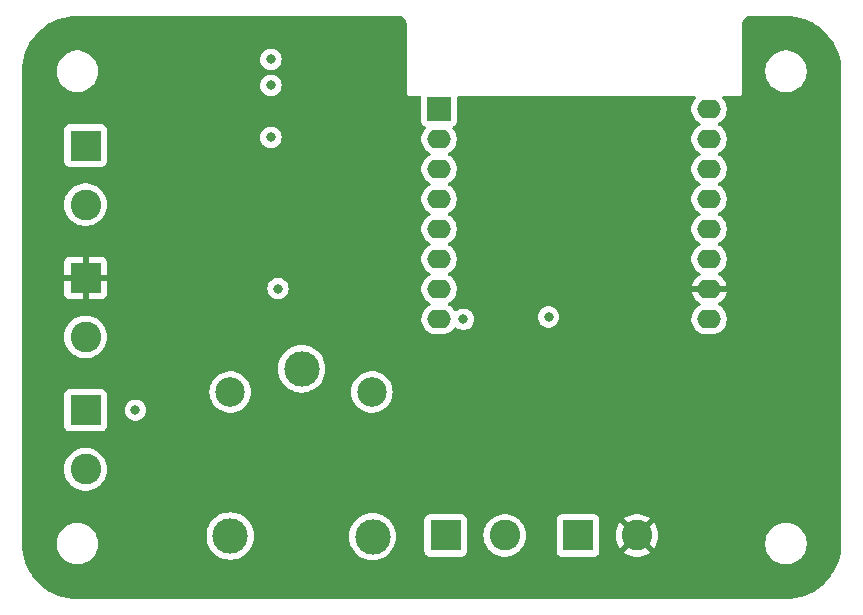
<source format=gbr>
%TF.GenerationSoftware,KiCad,Pcbnew,8.0.4-8.0.4-0~ubuntu22.04.1*%
%TF.CreationDate,2024-08-18T10:29:15-05:00*%
%TF.ProjectId,Doorbell with External ESP8266,446f6f72-6265-46c6-9c20-776974682045,v1.1*%
%TF.SameCoordinates,Original*%
%TF.FileFunction,Copper,L4,Bot*%
%TF.FilePolarity,Positive*%
%FSLAX46Y46*%
G04 Gerber Fmt 4.6, Leading zero omitted, Abs format (unit mm)*
G04 Created by KiCad (PCBNEW 8.0.4-8.0.4-0~ubuntu22.04.1) date 2024-08-18 10:29:15*
%MOMM*%
%LPD*%
G01*
G04 APERTURE LIST*
%TA.AperFunction,ComponentPad*%
%ADD10R,2.600000X2.600000*%
%TD*%
%TA.AperFunction,ComponentPad*%
%ADD11C,2.600000*%
%TD*%
%TA.AperFunction,ComponentPad*%
%ADD12R,2.000000X2.000000*%
%TD*%
%TA.AperFunction,ComponentPad*%
%ADD13O,2.000000X1.600000*%
%TD*%
%TA.AperFunction,ComponentPad*%
%ADD14C,3.000000*%
%TD*%
%TA.AperFunction,ComponentPad*%
%ADD15C,2.500000*%
%TD*%
%TA.AperFunction,ViaPad*%
%ADD16C,0.800000*%
%TD*%
%TA.AperFunction,Conductor*%
%ADD17C,0.200000*%
%TD*%
G04 APERTURE END LIST*
D10*
%TO.P,J102,1,Pin_1*%
%TO.N,GND*%
X25705000Y-42500000D03*
D11*
%TO.P,J102,2,Pin_2*%
%TO.N,Net-(J102-Pin_2)*%
X25705000Y-47500000D03*
%TD*%
D10*
%TO.P,J105,1,Pin_1*%
%TO.N,Net-(J105-Pin_1)*%
X67400000Y-64300000D03*
D11*
%TO.P,J105,2,Pin_2*%
%TO.N,GND*%
X72400000Y-64300000D03*
%TD*%
D10*
%TO.P,J104,1,Pin_1*%
%TO.N,Net-(J104-Pin_1)*%
X56200000Y-64300000D03*
D11*
%TO.P,J104,2,Pin_2*%
%TO.N,/AC_B*%
X61200000Y-64300000D03*
%TD*%
D12*
%TO.P,U101,1,~{RST}*%
%TO.N,unconnected-(U101-~{RST}-Pad1)*%
X55640000Y-28200000D03*
D13*
%TO.P,U101,2,A0*%
%TO.N,unconnected-(U101-A0-Pad2)*%
X55640000Y-30740000D03*
%TO.P,U101,3,D0*%
%TO.N,unconnected-(U101-D0-Pad3)*%
X55640000Y-33280000D03*
%TO.P,U101,4,SCK/D5*%
%TO.N,/HA_STATUS*%
X55640000Y-35820000D03*
%TO.P,U101,5,MISO/D6*%
%TO.N,/CHIME*%
X55640000Y-38360000D03*
%TO.P,U101,6,MOSI/D7*%
%TO.N,unconnected-(U101-MOSI{slash}D7-Pad6)*%
X55640000Y-40900000D03*
%TO.P,U101,7,CS/D8*%
%TO.N,unconnected-(U101-CS{slash}D8-Pad7)*%
X55640000Y-43440000D03*
%TO.P,U101,8,3V3*%
%TO.N,+3V3*%
X55640000Y-45980000D03*
%TO.P,U101,9,5V*%
%TO.N,VCC*%
X78500000Y-45980000D03*
%TO.P,U101,10,GND*%
%TO.N,GND*%
X78500000Y-43440000D03*
%TO.P,U101,11,D4*%
%TO.N,unconnected-(U101-D4-Pad11)*%
X78500000Y-40900000D03*
%TO.P,U101,12,D3*%
%TO.N,unconnected-(U101-D3-Pad12)*%
X78500000Y-38360000D03*
%TO.P,U101,13,SDA/D2*%
%TO.N,/DB_BUTTON*%
X78500000Y-35820000D03*
%TO.P,U101,14,SCL/D1*%
%TO.N,unconnected-(U101-SCL{slash}D1-Pad14)*%
X78500000Y-33280000D03*
%TO.P,U101,15,RX*%
%TO.N,unconnected-(U101-RX-Pad15)*%
X78500000Y-30740000D03*
%TO.P,U101,16,TX*%
%TO.N,/ESP_TX*%
X78500000Y-28200000D03*
%TD*%
D10*
%TO.P,J103,1,Pin_1*%
%TO.N,/AC_A*%
X25705000Y-53700000D03*
D11*
%TO.P,J103,2,Pin_2*%
%TO.N,/AC_B*%
X25705000Y-58700000D03*
%TD*%
D10*
%TO.P,J101,1,Pin_1*%
%TO.N,/AC_A*%
X25705000Y-31300000D03*
D11*
%TO.P,J101,2,Pin_2*%
%TO.N,/AC_B*%
X25705000Y-36300000D03*
%TD*%
D14*
%TO.P,K101,1*%
%TO.N,/AC_A*%
X44000000Y-50200000D03*
D15*
%TO.P,K101,2*%
%TO.N,VCC*%
X37950000Y-52150000D03*
D14*
%TO.P,K101,3*%
%TO.N,Net-(J104-Pin_1)*%
X37950000Y-64350000D03*
%TO.P,K101,4*%
%TO.N,unconnected-(K101-Pad4)*%
X50000000Y-64400000D03*
D15*
%TO.P,K101,5*%
%TO.N,/RELAY_LED*%
X49950000Y-52150000D03*
%TD*%
D16*
%TO.N,VCC*%
X42000000Y-43400000D03*
X64900000Y-45800000D03*
%TO.N,GND*%
X41400000Y-28400000D03*
X47737500Y-22300000D03*
X76700000Y-43500000D03*
X53000000Y-49750000D03*
X74300000Y-52800000D03*
X50825000Y-43425000D03*
%TO.N,+3V3*%
X41400000Y-30600000D03*
X57700000Y-46000000D03*
X41400000Y-24000000D03*
X41400000Y-26200000D03*
%TO.N,/AC_A*%
X29925000Y-53700000D03*
%TD*%
D17*
%TO.N,GND*%
X25705000Y-42490000D02*
X25695000Y-42500000D01*
%TD*%
%TA.AperFunction,Conductor*%
%TO.N,GND*%
G36*
X81965995Y-20300500D02*
G01*
X81967545Y-20300500D01*
X84952405Y-20300500D01*
X84997294Y-20300500D01*
X85002702Y-20300617D01*
X85404202Y-20318147D01*
X85414937Y-20319087D01*
X85810693Y-20371189D01*
X85821331Y-20373064D01*
X86211043Y-20459462D01*
X86221483Y-20462260D01*
X86602168Y-20582289D01*
X86612315Y-20585982D01*
X86981102Y-20738739D01*
X86990893Y-20743305D01*
X87344942Y-20927611D01*
X87354309Y-20933018D01*
X87549817Y-21057571D01*
X87690959Y-21147488D01*
X87699820Y-21153693D01*
X88016487Y-21396680D01*
X88024774Y-21403634D01*
X88319056Y-21673294D01*
X88326705Y-21680943D01*
X88596365Y-21975225D01*
X88603319Y-21983512D01*
X88846306Y-22300179D01*
X88852511Y-22309040D01*
X89066980Y-22645689D01*
X89072388Y-22655057D01*
X89256691Y-23009099D01*
X89261263Y-23018903D01*
X89414013Y-23387674D01*
X89417713Y-23397840D01*
X89537738Y-23778512D01*
X89540538Y-23788960D01*
X89626933Y-24178660D01*
X89628811Y-24189314D01*
X89680910Y-24585042D01*
X89681853Y-24595818D01*
X89699382Y-24997297D01*
X89699500Y-25002706D01*
X89699500Y-64997293D01*
X89699382Y-65002702D01*
X89681853Y-65404181D01*
X89680910Y-65414957D01*
X89628811Y-65810685D01*
X89626933Y-65821339D01*
X89540538Y-66211039D01*
X89537738Y-66221487D01*
X89417713Y-66602159D01*
X89414013Y-66612325D01*
X89261263Y-66981096D01*
X89256691Y-66990900D01*
X89072388Y-67344942D01*
X89066980Y-67354310D01*
X88852511Y-67690959D01*
X88846306Y-67699820D01*
X88603319Y-68016487D01*
X88596365Y-68024774D01*
X88326705Y-68319056D01*
X88319056Y-68326705D01*
X88024774Y-68596365D01*
X88016487Y-68603319D01*
X87699820Y-68846306D01*
X87690959Y-68852511D01*
X87354310Y-69066980D01*
X87344942Y-69072388D01*
X86990900Y-69256691D01*
X86981096Y-69261263D01*
X86612325Y-69414013D01*
X86602159Y-69417713D01*
X86221487Y-69537738D01*
X86211039Y-69540538D01*
X85821339Y-69626933D01*
X85810685Y-69628811D01*
X85414957Y-69680910D01*
X85404181Y-69681853D01*
X85002703Y-69699382D01*
X84997294Y-69699500D01*
X25002706Y-69699500D01*
X24997297Y-69699382D01*
X24595818Y-69681853D01*
X24585042Y-69680910D01*
X24189314Y-69628811D01*
X24178660Y-69626933D01*
X23788960Y-69540538D01*
X23778512Y-69537738D01*
X23397840Y-69417713D01*
X23387674Y-69414013D01*
X23018903Y-69261263D01*
X23009099Y-69256691D01*
X22655057Y-69072388D01*
X22645689Y-69066980D01*
X22309040Y-68852511D01*
X22300179Y-68846306D01*
X21983512Y-68603319D01*
X21975225Y-68596365D01*
X21680943Y-68326705D01*
X21673294Y-68319056D01*
X21403634Y-68024774D01*
X21396680Y-68016487D01*
X21153693Y-67699820D01*
X21147488Y-67690959D01*
X20933019Y-67354310D01*
X20927611Y-67344942D01*
X20743308Y-66990900D01*
X20738736Y-66981096D01*
X20585982Y-66612315D01*
X20582286Y-66602159D01*
X20574335Y-66576942D01*
X20462260Y-66221483D01*
X20459461Y-66211039D01*
X20451331Y-66174367D01*
X20373064Y-65821331D01*
X20371188Y-65810685D01*
X20366841Y-65777664D01*
X20319087Y-65414937D01*
X20318147Y-65404202D01*
X20300618Y-65002702D01*
X20300500Y-64997293D01*
X20300500Y-64885010D01*
X23245500Y-64885010D01*
X23245500Y-65114989D01*
X23245501Y-65115005D01*
X23275518Y-65343009D01*
X23275519Y-65343014D01*
X23275520Y-65343020D01*
X23299983Y-65434317D01*
X23335046Y-65565175D01*
X23335049Y-65565185D01*
X23423057Y-65777654D01*
X23423061Y-65777664D01*
X23538055Y-65976839D01*
X23678064Y-66159303D01*
X23678070Y-66159310D01*
X23840689Y-66321929D01*
X23840696Y-66321935D01*
X24023160Y-66461944D01*
X24222335Y-66576938D01*
X24222336Y-66576938D01*
X24222339Y-66576940D01*
X24434824Y-66664954D01*
X24656980Y-66724480D01*
X24885004Y-66754500D01*
X24885011Y-66754500D01*
X25114989Y-66754500D01*
X25114996Y-66754500D01*
X25343020Y-66724480D01*
X25565176Y-66664954D01*
X25777661Y-66576940D01*
X25976840Y-66461944D01*
X26159305Y-66321934D01*
X26321934Y-66159305D01*
X26461944Y-65976840D01*
X26576940Y-65777661D01*
X26664954Y-65565176D01*
X26724480Y-65343020D01*
X26754500Y-65114996D01*
X26754500Y-64885004D01*
X26724480Y-64656980D01*
X26664954Y-64434824D01*
X26629818Y-64349998D01*
X35944390Y-64349998D01*
X35944390Y-64350001D01*
X35964804Y-64635433D01*
X36025628Y-64915037D01*
X36025630Y-64915043D01*
X36025631Y-64915046D01*
X36088423Y-65083398D01*
X36125635Y-65183166D01*
X36262770Y-65434309D01*
X36262775Y-65434317D01*
X36434254Y-65663387D01*
X36434270Y-65663405D01*
X36636594Y-65865729D01*
X36636612Y-65865745D01*
X36865682Y-66037224D01*
X36865690Y-66037229D01*
X37116833Y-66174364D01*
X37116832Y-66174364D01*
X37116836Y-66174365D01*
X37116839Y-66174367D01*
X37384954Y-66274369D01*
X37384960Y-66274370D01*
X37384962Y-66274371D01*
X37664566Y-66335195D01*
X37664568Y-66335195D01*
X37664572Y-66335196D01*
X37918220Y-66353337D01*
X37949999Y-66355610D01*
X37950000Y-66355610D01*
X37950001Y-66355610D01*
X37978595Y-66353564D01*
X38235428Y-66335196D01*
X38515046Y-66274369D01*
X38783161Y-66174367D01*
X39034315Y-66037226D01*
X39263395Y-65865739D01*
X39465739Y-65663395D01*
X39637226Y-65434315D01*
X39774367Y-65183161D01*
X39874369Y-64915046D01*
X39924319Y-64685428D01*
X39935195Y-64635433D01*
X39935195Y-64635432D01*
X39935196Y-64635428D01*
X39952034Y-64399998D01*
X47994390Y-64399998D01*
X47994390Y-64400001D01*
X48014804Y-64685433D01*
X48075628Y-64965037D01*
X48075630Y-64965043D01*
X48075631Y-64965046D01*
X48119774Y-65083398D01*
X48175635Y-65233166D01*
X48312770Y-65484309D01*
X48312775Y-65484317D01*
X48484254Y-65713387D01*
X48484270Y-65713405D01*
X48686594Y-65915729D01*
X48686612Y-65915745D01*
X48915682Y-66087224D01*
X48915690Y-66087229D01*
X49166833Y-66224364D01*
X49166832Y-66224364D01*
X49166836Y-66224365D01*
X49166839Y-66224367D01*
X49434954Y-66324369D01*
X49434960Y-66324370D01*
X49434962Y-66324371D01*
X49714566Y-66385195D01*
X49714568Y-66385195D01*
X49714572Y-66385196D01*
X49968220Y-66403337D01*
X49999999Y-66405610D01*
X50000000Y-66405610D01*
X50000001Y-66405610D01*
X50028595Y-66403564D01*
X50285428Y-66385196D01*
X50565046Y-66324369D01*
X50833161Y-66224367D01*
X51084315Y-66087226D01*
X51313395Y-65915739D01*
X51515739Y-65713395D01*
X51687226Y-65484315D01*
X51824367Y-65233161D01*
X51924369Y-64965046D01*
X51985196Y-64685428D01*
X52005610Y-64400000D01*
X51985196Y-64114572D01*
X51924369Y-63834954D01*
X51824367Y-63566839D01*
X51808650Y-63538056D01*
X51687229Y-63315690D01*
X51687224Y-63315682D01*
X51515745Y-63086612D01*
X51515729Y-63086594D01*
X51381270Y-62952135D01*
X54399500Y-62952135D01*
X54399500Y-65647870D01*
X54399501Y-65647876D01*
X54405908Y-65707483D01*
X54456202Y-65842328D01*
X54456206Y-65842335D01*
X54542452Y-65957544D01*
X54542455Y-65957547D01*
X54657664Y-66043793D01*
X54657671Y-66043797D01*
X54792517Y-66094091D01*
X54792516Y-66094091D01*
X54799444Y-66094835D01*
X54852127Y-66100500D01*
X57547872Y-66100499D01*
X57607483Y-66094091D01*
X57742331Y-66043796D01*
X57857546Y-65957546D01*
X57943796Y-65842331D01*
X57994091Y-65707483D01*
X58000500Y-65647873D01*
X58000499Y-64299995D01*
X59394451Y-64299995D01*
X59394451Y-64300004D01*
X59414616Y-64569101D01*
X59474664Y-64832188D01*
X59474666Y-64832195D01*
X59520901Y-64950000D01*
X59573257Y-65083398D01*
X59708185Y-65317102D01*
X59786222Y-65414957D01*
X59876442Y-65528089D01*
X60022279Y-65663405D01*
X60074259Y-65711635D01*
X60297226Y-65863651D01*
X60540359Y-65980738D01*
X60798228Y-66060280D01*
X60798229Y-66060280D01*
X60798232Y-66060281D01*
X61065063Y-66100499D01*
X61065068Y-66100499D01*
X61065071Y-66100500D01*
X61065072Y-66100500D01*
X61334928Y-66100500D01*
X61334929Y-66100500D01*
X61334936Y-66100499D01*
X61601767Y-66060281D01*
X61601768Y-66060280D01*
X61601772Y-66060280D01*
X61859641Y-65980738D01*
X62102775Y-65863651D01*
X62325741Y-65711635D01*
X62523561Y-65528085D01*
X62691815Y-65317102D01*
X62826743Y-65083398D01*
X62925334Y-64832195D01*
X62985383Y-64569103D01*
X63005549Y-64300000D01*
X62985383Y-64030897D01*
X62925334Y-63767805D01*
X62826743Y-63516602D01*
X62691815Y-63282898D01*
X62523561Y-63071915D01*
X62523560Y-63071914D01*
X62523557Y-63071910D01*
X62394469Y-62952135D01*
X65599500Y-62952135D01*
X65599500Y-65647870D01*
X65599501Y-65647876D01*
X65605908Y-65707483D01*
X65656202Y-65842328D01*
X65656206Y-65842335D01*
X65742452Y-65957544D01*
X65742455Y-65957547D01*
X65857664Y-66043793D01*
X65857671Y-66043797D01*
X65992517Y-66094091D01*
X65992516Y-66094091D01*
X65999444Y-66094835D01*
X66052127Y-66100500D01*
X68747872Y-66100499D01*
X68807483Y-66094091D01*
X68942331Y-66043796D01*
X69057546Y-65957546D01*
X69143796Y-65842331D01*
X69194091Y-65707483D01*
X69200500Y-65647873D01*
X69200499Y-64299995D01*
X70594953Y-64299995D01*
X70594953Y-64300004D01*
X70615113Y-64569026D01*
X70615113Y-64569028D01*
X70675142Y-64832033D01*
X70675148Y-64832052D01*
X70773709Y-65083181D01*
X70773708Y-65083181D01*
X70908602Y-65316822D01*
X70962294Y-65384151D01*
X70962295Y-65384151D01*
X71798958Y-64547488D01*
X71823978Y-64607890D01*
X71895112Y-64714351D01*
X71985649Y-64804888D01*
X72092110Y-64876022D01*
X72152510Y-64901041D01*
X71314848Y-65738702D01*
X71497483Y-65863220D01*
X71497485Y-65863221D01*
X71740539Y-65980269D01*
X71740537Y-65980269D01*
X71998337Y-66059790D01*
X71998343Y-66059792D01*
X72265101Y-66099999D01*
X72265110Y-66100000D01*
X72534890Y-66100000D01*
X72534898Y-66099999D01*
X72801656Y-66059792D01*
X72801662Y-66059790D01*
X73059461Y-65980269D01*
X73302521Y-65863218D01*
X73485150Y-65738702D01*
X72647488Y-64901041D01*
X72707890Y-64876022D01*
X72814351Y-64804888D01*
X72904888Y-64714351D01*
X72976022Y-64607890D01*
X73001041Y-64547488D01*
X73837703Y-65384151D01*
X73837704Y-65384150D01*
X73891393Y-65316828D01*
X73891400Y-65316817D01*
X74026290Y-65083181D01*
X74104066Y-64885010D01*
X83245500Y-64885010D01*
X83245500Y-65114989D01*
X83245501Y-65115005D01*
X83275518Y-65343009D01*
X83275519Y-65343014D01*
X83275520Y-65343020D01*
X83299983Y-65434317D01*
X83335046Y-65565175D01*
X83335049Y-65565185D01*
X83423057Y-65777654D01*
X83423061Y-65777664D01*
X83538055Y-65976839D01*
X83678064Y-66159303D01*
X83678070Y-66159310D01*
X83840689Y-66321929D01*
X83840696Y-66321935D01*
X84023160Y-66461944D01*
X84222335Y-66576938D01*
X84222336Y-66576938D01*
X84222339Y-66576940D01*
X84434824Y-66664954D01*
X84656980Y-66724480D01*
X84885004Y-66754500D01*
X84885011Y-66754500D01*
X85114989Y-66754500D01*
X85114996Y-66754500D01*
X85343020Y-66724480D01*
X85565176Y-66664954D01*
X85777661Y-66576940D01*
X85976840Y-66461944D01*
X86159305Y-66321934D01*
X86321934Y-66159305D01*
X86461944Y-65976840D01*
X86576940Y-65777661D01*
X86664954Y-65565176D01*
X86724480Y-65343020D01*
X86754500Y-65114996D01*
X86754500Y-64885004D01*
X86724480Y-64656980D01*
X86664954Y-64434824D01*
X86576940Y-64222339D01*
X86461944Y-64023160D01*
X86403080Y-63946447D01*
X86321935Y-63840696D01*
X86321929Y-63840689D01*
X86159310Y-63678070D01*
X86159303Y-63678064D01*
X85976839Y-63538055D01*
X85777664Y-63423061D01*
X85777654Y-63423057D01*
X85565185Y-63335049D01*
X85565178Y-63335047D01*
X85565176Y-63335046D01*
X85343020Y-63275520D01*
X85343014Y-63275519D01*
X85343009Y-63275518D01*
X85115005Y-63245501D01*
X85115002Y-63245500D01*
X85114996Y-63245500D01*
X84885004Y-63245500D01*
X84884998Y-63245500D01*
X84884994Y-63245501D01*
X84656990Y-63275518D01*
X84656983Y-63275519D01*
X84656980Y-63275520D01*
X84507092Y-63315682D01*
X84434824Y-63335046D01*
X84434814Y-63335049D01*
X84222345Y-63423057D01*
X84222335Y-63423061D01*
X84023160Y-63538055D01*
X83840696Y-63678064D01*
X83840689Y-63678070D01*
X83678070Y-63840689D01*
X83678064Y-63840696D01*
X83538055Y-64023160D01*
X83423061Y-64222335D01*
X83423057Y-64222345D01*
X83335049Y-64434814D01*
X83335046Y-64434824D01*
X83281294Y-64635433D01*
X83275521Y-64656977D01*
X83275518Y-64656990D01*
X83245501Y-64884994D01*
X83245500Y-64885010D01*
X74104066Y-64885010D01*
X74124851Y-64832052D01*
X74124857Y-64832033D01*
X74184886Y-64569028D01*
X74184886Y-64569026D01*
X74205047Y-64300004D01*
X74205047Y-64299995D01*
X74184886Y-64030973D01*
X74184886Y-64030971D01*
X74124857Y-63767966D01*
X74124851Y-63767947D01*
X74026290Y-63516818D01*
X74026291Y-63516818D01*
X73891397Y-63283177D01*
X73837704Y-63215847D01*
X73001041Y-64052510D01*
X72976022Y-63992110D01*
X72904888Y-63885649D01*
X72814351Y-63795112D01*
X72707890Y-63723978D01*
X72647488Y-63698958D01*
X73485150Y-62861296D01*
X73302517Y-62736779D01*
X73302516Y-62736778D01*
X73059460Y-62619730D01*
X73059462Y-62619730D01*
X72801662Y-62540209D01*
X72801656Y-62540207D01*
X72534898Y-62500000D01*
X72265101Y-62500000D01*
X71998343Y-62540207D01*
X71998337Y-62540209D01*
X71740538Y-62619730D01*
X71497485Y-62736778D01*
X71497476Y-62736783D01*
X71314848Y-62861296D01*
X72152511Y-63698958D01*
X72092110Y-63723978D01*
X71985649Y-63795112D01*
X71895112Y-63885649D01*
X71823978Y-63992110D01*
X71798958Y-64052511D01*
X70962295Y-63215848D01*
X70908600Y-63283180D01*
X70773709Y-63516818D01*
X70675148Y-63767947D01*
X70675142Y-63767966D01*
X70615113Y-64030971D01*
X70615113Y-64030973D01*
X70594953Y-64299995D01*
X69200499Y-64299995D01*
X69200499Y-62952128D01*
X69194091Y-62892517D01*
X69192542Y-62888365D01*
X69143797Y-62757671D01*
X69143793Y-62757664D01*
X69057547Y-62642455D01*
X69057544Y-62642452D01*
X68942335Y-62556206D01*
X68942328Y-62556202D01*
X68807482Y-62505908D01*
X68807483Y-62505908D01*
X68747883Y-62499501D01*
X68747881Y-62499500D01*
X68747873Y-62499500D01*
X68747864Y-62499500D01*
X66052129Y-62499500D01*
X66052123Y-62499501D01*
X65992516Y-62505908D01*
X65857671Y-62556202D01*
X65857664Y-62556206D01*
X65742455Y-62642452D01*
X65742452Y-62642455D01*
X65656206Y-62757664D01*
X65656202Y-62757671D01*
X65605908Y-62892517D01*
X65599501Y-62952116D01*
X65599501Y-62952123D01*
X65599500Y-62952135D01*
X62394469Y-62952135D01*
X62325741Y-62888365D01*
X62246375Y-62834254D01*
X62102775Y-62736349D01*
X62102769Y-62736346D01*
X62102768Y-62736345D01*
X62102767Y-62736344D01*
X61859643Y-62619263D01*
X61859645Y-62619263D01*
X61601773Y-62539720D01*
X61601767Y-62539718D01*
X61334936Y-62499500D01*
X61334929Y-62499500D01*
X61065071Y-62499500D01*
X61065063Y-62499500D01*
X60798232Y-62539718D01*
X60798226Y-62539720D01*
X60540358Y-62619262D01*
X60297230Y-62736346D01*
X60074258Y-62888365D01*
X59876442Y-63071910D01*
X59708185Y-63282898D01*
X59573258Y-63516599D01*
X59573256Y-63516603D01*
X59474666Y-63767804D01*
X59474664Y-63767811D01*
X59414616Y-64030898D01*
X59394451Y-64299995D01*
X58000499Y-64299995D01*
X58000499Y-62952128D01*
X57994091Y-62892517D01*
X57992542Y-62888365D01*
X57943797Y-62757671D01*
X57943793Y-62757664D01*
X57857547Y-62642455D01*
X57857544Y-62642452D01*
X57742335Y-62556206D01*
X57742328Y-62556202D01*
X57607482Y-62505908D01*
X57607483Y-62505908D01*
X57547883Y-62499501D01*
X57547881Y-62499500D01*
X57547873Y-62499500D01*
X57547864Y-62499500D01*
X54852129Y-62499500D01*
X54852123Y-62499501D01*
X54792516Y-62505908D01*
X54657671Y-62556202D01*
X54657664Y-62556206D01*
X54542455Y-62642452D01*
X54542452Y-62642455D01*
X54456206Y-62757664D01*
X54456202Y-62757671D01*
X54405908Y-62892517D01*
X54399501Y-62952116D01*
X54399501Y-62952123D01*
X54399500Y-62952135D01*
X51381270Y-62952135D01*
X51313405Y-62884270D01*
X51313387Y-62884254D01*
X51084317Y-62712775D01*
X51084309Y-62712770D01*
X50833166Y-62575635D01*
X50833167Y-62575635D01*
X50725915Y-62535632D01*
X50565046Y-62475631D01*
X50565043Y-62475630D01*
X50565037Y-62475628D01*
X50285433Y-62414804D01*
X50000001Y-62394390D01*
X49999999Y-62394390D01*
X49714566Y-62414804D01*
X49434962Y-62475628D01*
X49166833Y-62575635D01*
X48915690Y-62712770D01*
X48915682Y-62712775D01*
X48686612Y-62884254D01*
X48686594Y-62884270D01*
X48484270Y-63086594D01*
X48484254Y-63086612D01*
X48312775Y-63315682D01*
X48312770Y-63315690D01*
X48175635Y-63566833D01*
X48075628Y-63834962D01*
X48014804Y-64114566D01*
X47994390Y-64399998D01*
X39952034Y-64399998D01*
X39955610Y-64350000D01*
X39935196Y-64064572D01*
X39927870Y-64030897D01*
X39874371Y-63784962D01*
X39874370Y-63784960D01*
X39874369Y-63784954D01*
X39774367Y-63516839D01*
X39646777Y-63283177D01*
X39637229Y-63265690D01*
X39637224Y-63265682D01*
X39465745Y-63036612D01*
X39465729Y-63036594D01*
X39263405Y-62834270D01*
X39263387Y-62834254D01*
X39034317Y-62662775D01*
X39034309Y-62662770D01*
X38783166Y-62525635D01*
X38783167Y-62525635D01*
X38649093Y-62475628D01*
X38515046Y-62425631D01*
X38515043Y-62425630D01*
X38515037Y-62425628D01*
X38235433Y-62364804D01*
X37950001Y-62344390D01*
X37949999Y-62344390D01*
X37664566Y-62364804D01*
X37384962Y-62425628D01*
X37116833Y-62525635D01*
X36865690Y-62662770D01*
X36865682Y-62662775D01*
X36636612Y-62834254D01*
X36636594Y-62834270D01*
X36434270Y-63036594D01*
X36434254Y-63036612D01*
X36262775Y-63265682D01*
X36262770Y-63265690D01*
X36125635Y-63516833D01*
X36025628Y-63784962D01*
X35964804Y-64064566D01*
X35944390Y-64349998D01*
X26629818Y-64349998D01*
X26576940Y-64222339D01*
X26461944Y-64023160D01*
X26403080Y-63946447D01*
X26321935Y-63840696D01*
X26321929Y-63840689D01*
X26159310Y-63678070D01*
X26159303Y-63678064D01*
X25976839Y-63538055D01*
X25777664Y-63423061D01*
X25777654Y-63423057D01*
X25565185Y-63335049D01*
X25565178Y-63335047D01*
X25565176Y-63335046D01*
X25343020Y-63275520D01*
X25343014Y-63275519D01*
X25343009Y-63275518D01*
X25115005Y-63245501D01*
X25115002Y-63245500D01*
X25114996Y-63245500D01*
X24885004Y-63245500D01*
X24884998Y-63245500D01*
X24884994Y-63245501D01*
X24656990Y-63275518D01*
X24656983Y-63275519D01*
X24656980Y-63275520D01*
X24507092Y-63315682D01*
X24434824Y-63335046D01*
X24434814Y-63335049D01*
X24222345Y-63423057D01*
X24222335Y-63423061D01*
X24023160Y-63538055D01*
X23840696Y-63678064D01*
X23840689Y-63678070D01*
X23678070Y-63840689D01*
X23678064Y-63840696D01*
X23538055Y-64023160D01*
X23423061Y-64222335D01*
X23423057Y-64222345D01*
X23335049Y-64434814D01*
X23335046Y-64434824D01*
X23281294Y-64635433D01*
X23275521Y-64656977D01*
X23275518Y-64656990D01*
X23245501Y-64884994D01*
X23245500Y-64885010D01*
X20300500Y-64885010D01*
X20300500Y-58699995D01*
X23899451Y-58699995D01*
X23899451Y-58700004D01*
X23919616Y-58969101D01*
X23979664Y-59232188D01*
X23979666Y-59232195D01*
X24078257Y-59483398D01*
X24213185Y-59717102D01*
X24349080Y-59887509D01*
X24381442Y-59928089D01*
X24568183Y-60101358D01*
X24579259Y-60111635D01*
X24802226Y-60263651D01*
X25045359Y-60380738D01*
X25303228Y-60460280D01*
X25303229Y-60460280D01*
X25303232Y-60460281D01*
X25570063Y-60500499D01*
X25570068Y-60500499D01*
X25570071Y-60500500D01*
X25570072Y-60500500D01*
X25839928Y-60500500D01*
X25839929Y-60500500D01*
X25839936Y-60500499D01*
X26106767Y-60460281D01*
X26106768Y-60460280D01*
X26106772Y-60460280D01*
X26364641Y-60380738D01*
X26607775Y-60263651D01*
X26830741Y-60111635D01*
X27028561Y-59928085D01*
X27196815Y-59717102D01*
X27331743Y-59483398D01*
X27430334Y-59232195D01*
X27490383Y-58969103D01*
X27510549Y-58700000D01*
X27490383Y-58430897D01*
X27430334Y-58167805D01*
X27331743Y-57916602D01*
X27196815Y-57682898D01*
X27028561Y-57471915D01*
X27028560Y-57471914D01*
X27028557Y-57471910D01*
X26830741Y-57288365D01*
X26607775Y-57136349D01*
X26607769Y-57136346D01*
X26607768Y-57136345D01*
X26607767Y-57136344D01*
X26364643Y-57019263D01*
X26364645Y-57019263D01*
X26106773Y-56939720D01*
X26106767Y-56939718D01*
X25839936Y-56899500D01*
X25839929Y-56899500D01*
X25570071Y-56899500D01*
X25570063Y-56899500D01*
X25303232Y-56939718D01*
X25303226Y-56939720D01*
X25045358Y-57019262D01*
X24802230Y-57136346D01*
X24579258Y-57288365D01*
X24381442Y-57471910D01*
X24213185Y-57682898D01*
X24078258Y-57916599D01*
X24078256Y-57916603D01*
X23979666Y-58167804D01*
X23979664Y-58167811D01*
X23919616Y-58430898D01*
X23899451Y-58699995D01*
X20300500Y-58699995D01*
X20300500Y-52352135D01*
X23904500Y-52352135D01*
X23904500Y-55047870D01*
X23904501Y-55047876D01*
X23910908Y-55107483D01*
X23961202Y-55242328D01*
X23961206Y-55242335D01*
X24047452Y-55357544D01*
X24047455Y-55357547D01*
X24162664Y-55443793D01*
X24162671Y-55443797D01*
X24297517Y-55494091D01*
X24297516Y-55494091D01*
X24304444Y-55494835D01*
X24357127Y-55500500D01*
X27052872Y-55500499D01*
X27112483Y-55494091D01*
X27247331Y-55443796D01*
X27362546Y-55357546D01*
X27448796Y-55242331D01*
X27499091Y-55107483D01*
X27505500Y-55047873D01*
X27505499Y-53700000D01*
X29019540Y-53700000D01*
X29039326Y-53888256D01*
X29039327Y-53888259D01*
X29097818Y-54068277D01*
X29097821Y-54068284D01*
X29192467Y-54232216D01*
X29319129Y-54372888D01*
X29472265Y-54484148D01*
X29472270Y-54484151D01*
X29645192Y-54561142D01*
X29645197Y-54561144D01*
X29830354Y-54600500D01*
X29830355Y-54600500D01*
X30019644Y-54600500D01*
X30019646Y-54600500D01*
X30204803Y-54561144D01*
X30377730Y-54484151D01*
X30530871Y-54372888D01*
X30657533Y-54232216D01*
X30752179Y-54068284D01*
X30810674Y-53888256D01*
X30830460Y-53700000D01*
X30810674Y-53511744D01*
X30752179Y-53331716D01*
X30657533Y-53167784D01*
X30530871Y-53027112D01*
X30530870Y-53027111D01*
X30377734Y-52915851D01*
X30377729Y-52915848D01*
X30204807Y-52838857D01*
X30204802Y-52838855D01*
X30059001Y-52807865D01*
X30019646Y-52799500D01*
X29830354Y-52799500D01*
X29797897Y-52806398D01*
X29645197Y-52838855D01*
X29645192Y-52838857D01*
X29472270Y-52915848D01*
X29472265Y-52915851D01*
X29319129Y-53027111D01*
X29192466Y-53167785D01*
X29097821Y-53331715D01*
X29097818Y-53331722D01*
X29039327Y-53511740D01*
X29039326Y-53511744D01*
X29019540Y-53700000D01*
X27505499Y-53700000D01*
X27505499Y-52352128D01*
X27499091Y-52292517D01*
X27448796Y-52157669D01*
X27448795Y-52157668D01*
X27448793Y-52157664D01*
X27443052Y-52149995D01*
X36194592Y-52149995D01*
X36194592Y-52150004D01*
X36214196Y-52411620D01*
X36214197Y-52411625D01*
X36272576Y-52667402D01*
X36272578Y-52667411D01*
X36272580Y-52667416D01*
X36368432Y-52911643D01*
X36499614Y-53138857D01*
X36631736Y-53304533D01*
X36663198Y-53343985D01*
X36843997Y-53511740D01*
X36855521Y-53522433D01*
X37072296Y-53670228D01*
X37072301Y-53670230D01*
X37072302Y-53670231D01*
X37072303Y-53670232D01*
X37134118Y-53700000D01*
X37308673Y-53784061D01*
X37308674Y-53784061D01*
X37308677Y-53784063D01*
X37559385Y-53861396D01*
X37818818Y-53900500D01*
X38081182Y-53900500D01*
X38340615Y-53861396D01*
X38591323Y-53784063D01*
X38827704Y-53670228D01*
X39044479Y-53522433D01*
X39236805Y-53343981D01*
X39400386Y-53138857D01*
X39531568Y-52911643D01*
X39627420Y-52667416D01*
X39685802Y-52411630D01*
X39685803Y-52411620D01*
X39705408Y-52150004D01*
X39705408Y-52149995D01*
X39685803Y-51888379D01*
X39685802Y-51888374D01*
X39685802Y-51888370D01*
X39627420Y-51632584D01*
X39531568Y-51388357D01*
X39400386Y-51161143D01*
X39236805Y-50956019D01*
X39236804Y-50956018D01*
X39236801Y-50956014D01*
X39044479Y-50777567D01*
X39026101Y-50765037D01*
X38827704Y-50629772D01*
X38827700Y-50629770D01*
X38827697Y-50629768D01*
X38827696Y-50629767D01*
X38591325Y-50515938D01*
X38591327Y-50515938D01*
X38340623Y-50438606D01*
X38340619Y-50438605D01*
X38340615Y-50438604D01*
X38215823Y-50419794D01*
X38081187Y-50399500D01*
X38081182Y-50399500D01*
X37818818Y-50399500D01*
X37818812Y-50399500D01*
X37657247Y-50423853D01*
X37559385Y-50438604D01*
X37559382Y-50438605D01*
X37559376Y-50438606D01*
X37308673Y-50515938D01*
X37072303Y-50629767D01*
X37072302Y-50629768D01*
X36855520Y-50777567D01*
X36663198Y-50956014D01*
X36499614Y-51161143D01*
X36368432Y-51388356D01*
X36272582Y-51632578D01*
X36272576Y-51632597D01*
X36214197Y-51888374D01*
X36214196Y-51888379D01*
X36194592Y-52149995D01*
X27443052Y-52149995D01*
X27362547Y-52042455D01*
X27362544Y-52042452D01*
X27247335Y-51956206D01*
X27247328Y-51956202D01*
X27112482Y-51905908D01*
X27112483Y-51905908D01*
X27052883Y-51899501D01*
X27052881Y-51899500D01*
X27052873Y-51899500D01*
X27052864Y-51899500D01*
X24357129Y-51899500D01*
X24357123Y-51899501D01*
X24297516Y-51905908D01*
X24162671Y-51956202D01*
X24162664Y-51956206D01*
X24047455Y-52042452D01*
X24047452Y-52042455D01*
X23961206Y-52157664D01*
X23961202Y-52157671D01*
X23910908Y-52292517D01*
X23904501Y-52352116D01*
X23904501Y-52352123D01*
X23904500Y-52352135D01*
X20300500Y-52352135D01*
X20300500Y-50199998D01*
X41994390Y-50199998D01*
X41994390Y-50200001D01*
X42014804Y-50485433D01*
X42075628Y-50765037D01*
X42075630Y-50765043D01*
X42075631Y-50765046D01*
X42175633Y-51033161D01*
X42175635Y-51033166D01*
X42312770Y-51284309D01*
X42312775Y-51284317D01*
X42484254Y-51513387D01*
X42484270Y-51513405D01*
X42686594Y-51715729D01*
X42686612Y-51715745D01*
X42915682Y-51887224D01*
X42915690Y-51887229D01*
X43166833Y-52024364D01*
X43166832Y-52024364D01*
X43166836Y-52024365D01*
X43166839Y-52024367D01*
X43434954Y-52124369D01*
X43434960Y-52124370D01*
X43434962Y-52124371D01*
X43714566Y-52185195D01*
X43714568Y-52185195D01*
X43714572Y-52185196D01*
X43968220Y-52203337D01*
X43999999Y-52205610D01*
X44000000Y-52205610D01*
X44000001Y-52205610D01*
X44028595Y-52203564D01*
X44285428Y-52185196D01*
X44447204Y-52150004D01*
X44447245Y-52149995D01*
X48194592Y-52149995D01*
X48194592Y-52150004D01*
X48214196Y-52411620D01*
X48214197Y-52411625D01*
X48272576Y-52667402D01*
X48272578Y-52667411D01*
X48272580Y-52667416D01*
X48368432Y-52911643D01*
X48499614Y-53138857D01*
X48631736Y-53304533D01*
X48663198Y-53343985D01*
X48843997Y-53511740D01*
X48855521Y-53522433D01*
X49072296Y-53670228D01*
X49072301Y-53670230D01*
X49072302Y-53670231D01*
X49072303Y-53670232D01*
X49134118Y-53700000D01*
X49308673Y-53784061D01*
X49308674Y-53784061D01*
X49308677Y-53784063D01*
X49559385Y-53861396D01*
X49818818Y-53900500D01*
X50081182Y-53900500D01*
X50340615Y-53861396D01*
X50591323Y-53784063D01*
X50827704Y-53670228D01*
X51044479Y-53522433D01*
X51236805Y-53343981D01*
X51400386Y-53138857D01*
X51531568Y-52911643D01*
X51627420Y-52667416D01*
X51685802Y-52411630D01*
X51685803Y-52411620D01*
X51705408Y-52150004D01*
X51705408Y-52149995D01*
X51685803Y-51888379D01*
X51685802Y-51888374D01*
X51685802Y-51888370D01*
X51627420Y-51632584D01*
X51531568Y-51388357D01*
X51400386Y-51161143D01*
X51236805Y-50956019D01*
X51236804Y-50956018D01*
X51236801Y-50956014D01*
X51044479Y-50777567D01*
X51026101Y-50765037D01*
X50827704Y-50629772D01*
X50827700Y-50629770D01*
X50827697Y-50629768D01*
X50827696Y-50629767D01*
X50591325Y-50515938D01*
X50591327Y-50515938D01*
X50340623Y-50438606D01*
X50340619Y-50438605D01*
X50340615Y-50438604D01*
X50215823Y-50419794D01*
X50081187Y-50399500D01*
X50081182Y-50399500D01*
X49818818Y-50399500D01*
X49818812Y-50399500D01*
X49657247Y-50423853D01*
X49559385Y-50438604D01*
X49559382Y-50438605D01*
X49559376Y-50438606D01*
X49308673Y-50515938D01*
X49072303Y-50629767D01*
X49072302Y-50629768D01*
X48855520Y-50777567D01*
X48663198Y-50956014D01*
X48499614Y-51161143D01*
X48368432Y-51388356D01*
X48272582Y-51632578D01*
X48272576Y-51632597D01*
X48214197Y-51888374D01*
X48214196Y-51888379D01*
X48194592Y-52149995D01*
X44447245Y-52149995D01*
X44565037Y-52124371D01*
X44565037Y-52124370D01*
X44565046Y-52124369D01*
X44833161Y-52024367D01*
X45084315Y-51887226D01*
X45313395Y-51715739D01*
X45515739Y-51513395D01*
X45687226Y-51284315D01*
X45824367Y-51033161D01*
X45924369Y-50765046D01*
X45985196Y-50485428D01*
X46005610Y-50200000D01*
X45985196Y-49914572D01*
X45924369Y-49634954D01*
X45824367Y-49366839D01*
X45788142Y-49300499D01*
X45687229Y-49115690D01*
X45687224Y-49115682D01*
X45515745Y-48886612D01*
X45515729Y-48886594D01*
X45313405Y-48684270D01*
X45313387Y-48684254D01*
X45084317Y-48512775D01*
X45084309Y-48512770D01*
X44833166Y-48375635D01*
X44833167Y-48375635D01*
X44585875Y-48283400D01*
X44565046Y-48275631D01*
X44565043Y-48275630D01*
X44565037Y-48275628D01*
X44285433Y-48214804D01*
X44000001Y-48194390D01*
X43999999Y-48194390D01*
X43714566Y-48214804D01*
X43434962Y-48275628D01*
X43166833Y-48375635D01*
X42915690Y-48512770D01*
X42915682Y-48512775D01*
X42686612Y-48684254D01*
X42686594Y-48684270D01*
X42484270Y-48886594D01*
X42484254Y-48886612D01*
X42312775Y-49115682D01*
X42312770Y-49115690D01*
X42175635Y-49366833D01*
X42075628Y-49634962D01*
X42014804Y-49914566D01*
X41994390Y-50199998D01*
X20300500Y-50199998D01*
X20300500Y-47499995D01*
X23899451Y-47499995D01*
X23899451Y-47500004D01*
X23919616Y-47769101D01*
X23979664Y-48032188D01*
X23979666Y-48032195D01*
X24075208Y-48275631D01*
X24078257Y-48283398D01*
X24213185Y-48517102D01*
X24346485Y-48684254D01*
X24381442Y-48728089D01*
X24568183Y-48901358D01*
X24579259Y-48911635D01*
X24802226Y-49063651D01*
X25045359Y-49180738D01*
X25303228Y-49260280D01*
X25303229Y-49260280D01*
X25303232Y-49260281D01*
X25570063Y-49300499D01*
X25570068Y-49300499D01*
X25570071Y-49300500D01*
X25570072Y-49300500D01*
X25839928Y-49300500D01*
X25839929Y-49300500D01*
X25839936Y-49300499D01*
X26106767Y-49260281D01*
X26106768Y-49260280D01*
X26106772Y-49260280D01*
X26364641Y-49180738D01*
X26607775Y-49063651D01*
X26830741Y-48911635D01*
X27028561Y-48728085D01*
X27196815Y-48517102D01*
X27331743Y-48283398D01*
X27430334Y-48032195D01*
X27490383Y-47769103D01*
X27510549Y-47500000D01*
X27490383Y-47230897D01*
X27430334Y-46967805D01*
X27331743Y-46716602D01*
X27196815Y-46482898D01*
X27028561Y-46271915D01*
X27028560Y-46271914D01*
X27028557Y-46271910D01*
X26830741Y-46088365D01*
X26821920Y-46082351D01*
X26607775Y-45936349D01*
X26607769Y-45936346D01*
X26607768Y-45936345D01*
X26607767Y-45936344D01*
X26364643Y-45819263D01*
X26364645Y-45819263D01*
X26106773Y-45739720D01*
X26106767Y-45739718D01*
X25839936Y-45699500D01*
X25839929Y-45699500D01*
X25570071Y-45699500D01*
X25570063Y-45699500D01*
X25303232Y-45739718D01*
X25303226Y-45739720D01*
X25045358Y-45819262D01*
X24802230Y-45936346D01*
X24579258Y-46088365D01*
X24381442Y-46271910D01*
X24213185Y-46482898D01*
X24078258Y-46716599D01*
X24078256Y-46716603D01*
X23979666Y-46967804D01*
X23979664Y-46967811D01*
X23919616Y-47230898D01*
X23899451Y-47499995D01*
X20300500Y-47499995D01*
X20300500Y-41152155D01*
X23905000Y-41152155D01*
X23905000Y-42250000D01*
X25104999Y-42250000D01*
X25079979Y-42310402D01*
X25055000Y-42435981D01*
X25055000Y-42564019D01*
X25079979Y-42689598D01*
X25104999Y-42750000D01*
X23905000Y-42750000D01*
X23905000Y-43847844D01*
X23911401Y-43907372D01*
X23911403Y-43907379D01*
X23961645Y-44042086D01*
X23961649Y-44042093D01*
X24047809Y-44157187D01*
X24047812Y-44157190D01*
X24162906Y-44243350D01*
X24162913Y-44243354D01*
X24297620Y-44293596D01*
X24297627Y-44293598D01*
X24357155Y-44299999D01*
X24357172Y-44300000D01*
X25455000Y-44300000D01*
X25455000Y-43100001D01*
X25515402Y-43125021D01*
X25640981Y-43150000D01*
X25769019Y-43150000D01*
X25894598Y-43125021D01*
X25955000Y-43100001D01*
X25955000Y-44300000D01*
X27052828Y-44300000D01*
X27052844Y-44299999D01*
X27112372Y-44293598D01*
X27112379Y-44293596D01*
X27247086Y-44243354D01*
X27247093Y-44243350D01*
X27362187Y-44157190D01*
X27362190Y-44157187D01*
X27448350Y-44042093D01*
X27448354Y-44042086D01*
X27498596Y-43907379D01*
X27498598Y-43907372D01*
X27504999Y-43847844D01*
X27505000Y-43847827D01*
X27505000Y-43400000D01*
X41094540Y-43400000D01*
X41114326Y-43588256D01*
X41114327Y-43588259D01*
X41172818Y-43768277D01*
X41172821Y-43768284D01*
X41267467Y-43932216D01*
X41366395Y-44042086D01*
X41394129Y-44072888D01*
X41547265Y-44184148D01*
X41547270Y-44184151D01*
X41720192Y-44261142D01*
X41720197Y-44261144D01*
X41905354Y-44300500D01*
X41905355Y-44300500D01*
X42094644Y-44300500D01*
X42094646Y-44300500D01*
X42279803Y-44261144D01*
X42452730Y-44184151D01*
X42605871Y-44072888D01*
X42732533Y-43932216D01*
X42827179Y-43768284D01*
X42885674Y-43588256D01*
X42905460Y-43400000D01*
X42885674Y-43211744D01*
X42831112Y-43043823D01*
X42827181Y-43031722D01*
X42827180Y-43031721D01*
X42827179Y-43031716D01*
X42732533Y-42867784D01*
X42605871Y-42727112D01*
X42605870Y-42727111D01*
X42452734Y-42615851D01*
X42452729Y-42615848D01*
X42279807Y-42538857D01*
X42279802Y-42538855D01*
X42134001Y-42507865D01*
X42094646Y-42499500D01*
X41905354Y-42499500D01*
X41872897Y-42506398D01*
X41720197Y-42538855D01*
X41720192Y-42538857D01*
X41547270Y-42615848D01*
X41547265Y-42615851D01*
X41394129Y-42727111D01*
X41267466Y-42867785D01*
X41172821Y-43031715D01*
X41172818Y-43031722D01*
X41121391Y-43190000D01*
X41114326Y-43211744D01*
X41094540Y-43400000D01*
X27505000Y-43400000D01*
X27505000Y-42750000D01*
X26305001Y-42750000D01*
X26330021Y-42689598D01*
X26355000Y-42564019D01*
X26355000Y-42435981D01*
X26330021Y-42310402D01*
X26305001Y-42250000D01*
X27505000Y-42250000D01*
X27505000Y-41152172D01*
X27504999Y-41152155D01*
X27498598Y-41092627D01*
X27498596Y-41092620D01*
X27448354Y-40957913D01*
X27448350Y-40957906D01*
X27362190Y-40842812D01*
X27362187Y-40842809D01*
X27247093Y-40756649D01*
X27247086Y-40756645D01*
X27112379Y-40706403D01*
X27112372Y-40706401D01*
X27052844Y-40700000D01*
X25955000Y-40700000D01*
X25955000Y-41899998D01*
X25894598Y-41874979D01*
X25769019Y-41850000D01*
X25640981Y-41850000D01*
X25515402Y-41874979D01*
X25455000Y-41899998D01*
X25455000Y-40700000D01*
X24357155Y-40700000D01*
X24297627Y-40706401D01*
X24297620Y-40706403D01*
X24162913Y-40756645D01*
X24162906Y-40756649D01*
X24047812Y-40842809D01*
X24047809Y-40842812D01*
X23961649Y-40957906D01*
X23961645Y-40957913D01*
X23911403Y-41092620D01*
X23911401Y-41092627D01*
X23905000Y-41152155D01*
X20300500Y-41152155D01*
X20300500Y-36299995D01*
X23899451Y-36299995D01*
X23899451Y-36300004D01*
X23919616Y-36569101D01*
X23979664Y-36832188D01*
X23979666Y-36832195D01*
X24055423Y-37025220D01*
X24078257Y-37083398D01*
X24213185Y-37317102D01*
X24349080Y-37487509D01*
X24381442Y-37528089D01*
X24543425Y-37678386D01*
X24579259Y-37711635D01*
X24802226Y-37863651D01*
X25045359Y-37980738D01*
X25303228Y-38060280D01*
X25303229Y-38060280D01*
X25303232Y-38060281D01*
X25570063Y-38100499D01*
X25570068Y-38100499D01*
X25570071Y-38100500D01*
X25570072Y-38100500D01*
X25839928Y-38100500D01*
X25839929Y-38100500D01*
X25839936Y-38100499D01*
X26106767Y-38060281D01*
X26106768Y-38060280D01*
X26106772Y-38060280D01*
X26364641Y-37980738D01*
X26607775Y-37863651D01*
X26830741Y-37711635D01*
X27028561Y-37528085D01*
X27196815Y-37317102D01*
X27331743Y-37083398D01*
X27430334Y-36832195D01*
X27490383Y-36569103D01*
X27497105Y-36479402D01*
X27510549Y-36300004D01*
X27510549Y-36299995D01*
X27490383Y-36030898D01*
X27430335Y-35767811D01*
X27430334Y-35767805D01*
X27331743Y-35516602D01*
X27196815Y-35282898D01*
X27028561Y-35071915D01*
X27028560Y-35071914D01*
X27028557Y-35071910D01*
X26830741Y-34888365D01*
X26607775Y-34736349D01*
X26607769Y-34736346D01*
X26607768Y-34736345D01*
X26607767Y-34736344D01*
X26364643Y-34619263D01*
X26364645Y-34619263D01*
X26106773Y-34539720D01*
X26106767Y-34539718D01*
X25839936Y-34499500D01*
X25839929Y-34499500D01*
X25570071Y-34499500D01*
X25570063Y-34499500D01*
X25303232Y-34539718D01*
X25303226Y-34539720D01*
X25045358Y-34619262D01*
X24802230Y-34736346D01*
X24579258Y-34888365D01*
X24381442Y-35071910D01*
X24213185Y-35282898D01*
X24078258Y-35516599D01*
X24078256Y-35516603D01*
X23979666Y-35767804D01*
X23979664Y-35767811D01*
X23919616Y-36030898D01*
X23899451Y-36299995D01*
X20300500Y-36299995D01*
X20300500Y-29952135D01*
X23904500Y-29952135D01*
X23904500Y-32647870D01*
X23904501Y-32647876D01*
X23910908Y-32707483D01*
X23961202Y-32842328D01*
X23961206Y-32842335D01*
X24047452Y-32957544D01*
X24047455Y-32957547D01*
X24162664Y-33043793D01*
X24162671Y-33043797D01*
X24297517Y-33094091D01*
X24297516Y-33094091D01*
X24304444Y-33094835D01*
X24357127Y-33100500D01*
X27052872Y-33100499D01*
X27112483Y-33094091D01*
X27247331Y-33043796D01*
X27362546Y-32957546D01*
X27448796Y-32842331D01*
X27499091Y-32707483D01*
X27505500Y-32647873D01*
X27505499Y-30600000D01*
X40494540Y-30600000D01*
X40514326Y-30788256D01*
X40514327Y-30788259D01*
X40572818Y-30968277D01*
X40572821Y-30968284D01*
X40667467Y-31132216D01*
X40763813Y-31239219D01*
X40794129Y-31272888D01*
X40947265Y-31384148D01*
X40947270Y-31384151D01*
X41120192Y-31461142D01*
X41120197Y-31461144D01*
X41305354Y-31500500D01*
X41305355Y-31500500D01*
X41494644Y-31500500D01*
X41494646Y-31500500D01*
X41679803Y-31461144D01*
X41852730Y-31384151D01*
X42005871Y-31272888D01*
X42132533Y-31132216D01*
X42227179Y-30968284D01*
X42285674Y-30788256D01*
X42305460Y-30600000D01*
X42285674Y-30411744D01*
X42227179Y-30231716D01*
X42132533Y-30067784D01*
X42005871Y-29927112D01*
X42005870Y-29927111D01*
X41852734Y-29815851D01*
X41852729Y-29815848D01*
X41679807Y-29738857D01*
X41679802Y-29738855D01*
X41534001Y-29707865D01*
X41494646Y-29699500D01*
X41305354Y-29699500D01*
X41272897Y-29706398D01*
X41120197Y-29738855D01*
X41120192Y-29738857D01*
X40947270Y-29815848D01*
X40947265Y-29815851D01*
X40794129Y-29927111D01*
X40667466Y-30067785D01*
X40572821Y-30231715D01*
X40572818Y-30231722D01*
X40514327Y-30411740D01*
X40514326Y-30411744D01*
X40494540Y-30600000D01*
X27505499Y-30600000D01*
X27505499Y-29952128D01*
X27499091Y-29892517D01*
X27487541Y-29861551D01*
X27448797Y-29757671D01*
X27448793Y-29757664D01*
X27362547Y-29642455D01*
X27362544Y-29642452D01*
X27247335Y-29556206D01*
X27247328Y-29556202D01*
X27112482Y-29505908D01*
X27112483Y-29505908D01*
X27052883Y-29499501D01*
X27052881Y-29499500D01*
X27052873Y-29499500D01*
X27052864Y-29499500D01*
X24357129Y-29499500D01*
X24357123Y-29499501D01*
X24297516Y-29505908D01*
X24162671Y-29556202D01*
X24162664Y-29556206D01*
X24047455Y-29642452D01*
X24047452Y-29642455D01*
X23961206Y-29757664D01*
X23961202Y-29757671D01*
X23910908Y-29892517D01*
X23904501Y-29952116D01*
X23904501Y-29952123D01*
X23904500Y-29952135D01*
X20300500Y-29952135D01*
X20300500Y-25002706D01*
X20300618Y-24997297D01*
X20304844Y-24900500D01*
X20305520Y-24885010D01*
X23245500Y-24885010D01*
X23245500Y-25114989D01*
X23245501Y-25115005D01*
X23275518Y-25343009D01*
X23275519Y-25343014D01*
X23275520Y-25343020D01*
X23295035Y-25415851D01*
X23335046Y-25565175D01*
X23335049Y-25565185D01*
X23423057Y-25777654D01*
X23423061Y-25777664D01*
X23538055Y-25976839D01*
X23678064Y-26159303D01*
X23678070Y-26159310D01*
X23840689Y-26321929D01*
X23840696Y-26321935D01*
X24023160Y-26461944D01*
X24222335Y-26576938D01*
X24222336Y-26576938D01*
X24222339Y-26576940D01*
X24434824Y-26664954D01*
X24656980Y-26724480D01*
X24885004Y-26754500D01*
X24885011Y-26754500D01*
X25114989Y-26754500D01*
X25114996Y-26754500D01*
X25343020Y-26724480D01*
X25565176Y-26664954D01*
X25777661Y-26576940D01*
X25976840Y-26461944D01*
X26159305Y-26321934D01*
X26281239Y-26200000D01*
X40494540Y-26200000D01*
X40514326Y-26388256D01*
X40514327Y-26388259D01*
X40572818Y-26568277D01*
X40572821Y-26568284D01*
X40667467Y-26732216D01*
X40794129Y-26872888D01*
X40947265Y-26984148D01*
X40947270Y-26984151D01*
X41120192Y-27061142D01*
X41120197Y-27061144D01*
X41305354Y-27100500D01*
X41305355Y-27100500D01*
X41494644Y-27100500D01*
X41494646Y-27100500D01*
X41679803Y-27061144D01*
X41852730Y-26984151D01*
X42005871Y-26872888D01*
X42132533Y-26732216D01*
X42227179Y-26568284D01*
X42285674Y-26388256D01*
X42305460Y-26200000D01*
X42285674Y-26011744D01*
X42227179Y-25831716D01*
X42132533Y-25667784D01*
X42005871Y-25527112D01*
X42005870Y-25527111D01*
X41852734Y-25415851D01*
X41852729Y-25415848D01*
X41679807Y-25338857D01*
X41679802Y-25338855D01*
X41534001Y-25307865D01*
X41494646Y-25299500D01*
X41305354Y-25299500D01*
X41272897Y-25306398D01*
X41120197Y-25338855D01*
X41120192Y-25338857D01*
X40947270Y-25415848D01*
X40947265Y-25415851D01*
X40794129Y-25527111D01*
X40667466Y-25667785D01*
X40572821Y-25831715D01*
X40572818Y-25831722D01*
X40525667Y-25976839D01*
X40514326Y-26011744D01*
X40494540Y-26200000D01*
X26281239Y-26200000D01*
X26321934Y-26159305D01*
X26461944Y-25976840D01*
X26576940Y-25777661D01*
X26664954Y-25565176D01*
X26724480Y-25343020D01*
X26754500Y-25114996D01*
X26754500Y-24885004D01*
X26724480Y-24656980D01*
X26664954Y-24434824D01*
X26576940Y-24222339D01*
X26554770Y-24183940D01*
X26461944Y-24023160D01*
X26444173Y-24000000D01*
X40494540Y-24000000D01*
X40514326Y-24188256D01*
X40514327Y-24188259D01*
X40572818Y-24368277D01*
X40572821Y-24368284D01*
X40667467Y-24532216D01*
X40724735Y-24595818D01*
X40794129Y-24672888D01*
X40947265Y-24784148D01*
X40947270Y-24784151D01*
X41120192Y-24861142D01*
X41120197Y-24861144D01*
X41305354Y-24900500D01*
X41305355Y-24900500D01*
X41494644Y-24900500D01*
X41494646Y-24900500D01*
X41679803Y-24861144D01*
X41852730Y-24784151D01*
X42005871Y-24672888D01*
X42132533Y-24532216D01*
X42227179Y-24368284D01*
X42285674Y-24188256D01*
X42305460Y-24000000D01*
X42285674Y-23811744D01*
X42227179Y-23631716D01*
X42132533Y-23467784D01*
X42005871Y-23327112D01*
X42005870Y-23327111D01*
X41852734Y-23215851D01*
X41852729Y-23215848D01*
X41679807Y-23138857D01*
X41679802Y-23138855D01*
X41534001Y-23107865D01*
X41494646Y-23099500D01*
X41305354Y-23099500D01*
X41272897Y-23106398D01*
X41120197Y-23138855D01*
X41120192Y-23138857D01*
X40947270Y-23215848D01*
X40947265Y-23215851D01*
X40794129Y-23327111D01*
X40667466Y-23467785D01*
X40572821Y-23631715D01*
X40572818Y-23631722D01*
X40521729Y-23788960D01*
X40514326Y-23811744D01*
X40494540Y-24000000D01*
X26444173Y-24000000D01*
X26321935Y-23840696D01*
X26321929Y-23840689D01*
X26159310Y-23678070D01*
X26159303Y-23678064D01*
X25976839Y-23538055D01*
X25777664Y-23423061D01*
X25777654Y-23423057D01*
X25565185Y-23335049D01*
X25565178Y-23335047D01*
X25565176Y-23335046D01*
X25343020Y-23275520D01*
X25343014Y-23275519D01*
X25343009Y-23275518D01*
X25115005Y-23245501D01*
X25115002Y-23245500D01*
X25114996Y-23245500D01*
X24885004Y-23245500D01*
X24884998Y-23245500D01*
X24884994Y-23245501D01*
X24656990Y-23275518D01*
X24656983Y-23275519D01*
X24656980Y-23275520D01*
X24464438Y-23327111D01*
X24434824Y-23335046D01*
X24434814Y-23335049D01*
X24222345Y-23423057D01*
X24222335Y-23423061D01*
X24023160Y-23538055D01*
X23840696Y-23678064D01*
X23840689Y-23678070D01*
X23678070Y-23840689D01*
X23678064Y-23840696D01*
X23538055Y-24023160D01*
X23423061Y-24222335D01*
X23423057Y-24222345D01*
X23335049Y-24434814D01*
X23335046Y-24434824D01*
X23275521Y-24656977D01*
X23275518Y-24656990D01*
X23245501Y-24884994D01*
X23245500Y-24885010D01*
X20305520Y-24885010D01*
X20318147Y-24595795D01*
X20319087Y-24585064D01*
X20371189Y-24189302D01*
X20373063Y-24178672D01*
X20459463Y-23788950D01*
X20462261Y-23778512D01*
X20582291Y-23397823D01*
X20585979Y-23387691D01*
X20738742Y-23018888D01*
X20743300Y-23009114D01*
X20927617Y-22655045D01*
X20933012Y-22645700D01*
X21147495Y-22309029D01*
X21153685Y-22300189D01*
X21396687Y-21983503D01*
X21403625Y-21975234D01*
X21673304Y-21680932D01*
X21680932Y-21673304D01*
X21975234Y-21403625D01*
X21983503Y-21396687D01*
X22300189Y-21153685D01*
X22309029Y-21147495D01*
X22645700Y-20933012D01*
X22655045Y-20927617D01*
X23009114Y-20743300D01*
X23018888Y-20738742D01*
X23387691Y-20585979D01*
X23397823Y-20582291D01*
X23778521Y-20462258D01*
X23788950Y-20459463D01*
X24178672Y-20373063D01*
X24189302Y-20371189D01*
X24585064Y-20319087D01*
X24595795Y-20318147D01*
X24997297Y-20300617D01*
X25002706Y-20300500D01*
X25047595Y-20300500D01*
X52145298Y-20300500D01*
X52145301Y-20300501D01*
X52186804Y-20300500D01*
X52198956Y-20301096D01*
X52317214Y-20312743D01*
X52341037Y-20317481D01*
X52448901Y-20350201D01*
X52471352Y-20359500D01*
X52570754Y-20412631D01*
X52590955Y-20426129D01*
X52671961Y-20492609D01*
X52678078Y-20497629D01*
X52695266Y-20514817D01*
X52766764Y-20601937D01*
X52780269Y-20622148D01*
X52819457Y-20695464D01*
X52833394Y-20721537D01*
X52842696Y-20743995D01*
X52875413Y-20851847D01*
X52880156Y-20875689D01*
X52891796Y-20993876D01*
X52892393Y-21006030D01*
X52892393Y-21056682D01*
X52892463Y-21057571D01*
X52899500Y-26799941D01*
X52899500Y-26839576D01*
X52899544Y-26839915D01*
X52909745Y-26877798D01*
X52909764Y-26877948D01*
X52909784Y-26877943D01*
X52919980Y-26915994D01*
X52920095Y-26916270D01*
X52920120Y-26916331D01*
X52939902Y-26950499D01*
X52939977Y-26950628D01*
X52959538Y-26984508D01*
X52959764Y-26984803D01*
X52987571Y-27012543D01*
X52987567Y-27012546D01*
X52987677Y-27012648D01*
X53015489Y-27040460D01*
X53015491Y-27040461D01*
X53015718Y-27040635D01*
X53015781Y-27040683D01*
X53015784Y-27040686D01*
X53015786Y-27040687D01*
X53049962Y-27060363D01*
X53049947Y-27060387D01*
X53050091Y-27060437D01*
X53071424Y-27072754D01*
X53084005Y-27080018D01*
X53084007Y-27080019D01*
X53084011Y-27080021D01*
X53084014Y-27080021D01*
X53084346Y-27080158D01*
X53084354Y-27080163D01*
X53122384Y-27090303D01*
X53160438Y-27100500D01*
X53160447Y-27100500D01*
X53160806Y-27100548D01*
X53199960Y-27100500D01*
X54015500Y-27100500D01*
X54082539Y-27120185D01*
X54128294Y-27172989D01*
X54139500Y-27224500D01*
X54139500Y-29247870D01*
X54139501Y-29247876D01*
X54145908Y-29307483D01*
X54196202Y-29442328D01*
X54196206Y-29442335D01*
X54282452Y-29557544D01*
X54282455Y-29557547D01*
X54397664Y-29643793D01*
X54397673Y-29643798D01*
X54434914Y-29657688D01*
X54490848Y-29699559D01*
X54515266Y-29765023D01*
X54500415Y-29833296D01*
X54479265Y-29861550D01*
X54448027Y-29892787D01*
X54327715Y-30058386D01*
X54234781Y-30240776D01*
X54171522Y-30435465D01*
X54139500Y-30637648D01*
X54139500Y-30842351D01*
X54171522Y-31044534D01*
X54234781Y-31239223D01*
X54327715Y-31421613D01*
X54448028Y-31587213D01*
X54592786Y-31731971D01*
X54747749Y-31844556D01*
X54758390Y-31852287D01*
X54849840Y-31898883D01*
X54851080Y-31899515D01*
X54901876Y-31947490D01*
X54918671Y-32015311D01*
X54896134Y-32081446D01*
X54851080Y-32120485D01*
X54758386Y-32167715D01*
X54592786Y-32288028D01*
X54448028Y-32432786D01*
X54327715Y-32598386D01*
X54234781Y-32780776D01*
X54171522Y-32975465D01*
X54139500Y-33177648D01*
X54139500Y-33382351D01*
X54171522Y-33584534D01*
X54234781Y-33779223D01*
X54327715Y-33961613D01*
X54448028Y-34127213D01*
X54592786Y-34271971D01*
X54747749Y-34384556D01*
X54758390Y-34392287D01*
X54849840Y-34438883D01*
X54851080Y-34439515D01*
X54901876Y-34487490D01*
X54918671Y-34555311D01*
X54896134Y-34621446D01*
X54851080Y-34660485D01*
X54758386Y-34707715D01*
X54592786Y-34828028D01*
X54448028Y-34972786D01*
X54327715Y-35138386D01*
X54234781Y-35320776D01*
X54171522Y-35515465D01*
X54139500Y-35717648D01*
X54139500Y-35922351D01*
X54171522Y-36124534D01*
X54234781Y-36319223D01*
X54327715Y-36501613D01*
X54448028Y-36667213D01*
X54592786Y-36811971D01*
X54747749Y-36924556D01*
X54758390Y-36932287D01*
X54849840Y-36978883D01*
X54851080Y-36979515D01*
X54901876Y-37027490D01*
X54918671Y-37095311D01*
X54896134Y-37161446D01*
X54851080Y-37200485D01*
X54758386Y-37247715D01*
X54592786Y-37368028D01*
X54448028Y-37512786D01*
X54327715Y-37678386D01*
X54234781Y-37860776D01*
X54171522Y-38055465D01*
X54139500Y-38257648D01*
X54139500Y-38462351D01*
X54171522Y-38664534D01*
X54234781Y-38859223D01*
X54327715Y-39041613D01*
X54448028Y-39207213D01*
X54592786Y-39351971D01*
X54747749Y-39464556D01*
X54758390Y-39472287D01*
X54849840Y-39518883D01*
X54851080Y-39519515D01*
X54901876Y-39567490D01*
X54918671Y-39635311D01*
X54896134Y-39701446D01*
X54851080Y-39740485D01*
X54758386Y-39787715D01*
X54592786Y-39908028D01*
X54448028Y-40052786D01*
X54327715Y-40218386D01*
X54234781Y-40400776D01*
X54171522Y-40595465D01*
X54139500Y-40797648D01*
X54139500Y-41002351D01*
X54171522Y-41204534D01*
X54234781Y-41399223D01*
X54327715Y-41581613D01*
X54448028Y-41747213D01*
X54592786Y-41891971D01*
X54734750Y-41995112D01*
X54758390Y-42012287D01*
X54849840Y-42058883D01*
X54851080Y-42059515D01*
X54901876Y-42107490D01*
X54918671Y-42175311D01*
X54896134Y-42241446D01*
X54851080Y-42280485D01*
X54758386Y-42327715D01*
X54592786Y-42448028D01*
X54448028Y-42592786D01*
X54327715Y-42758386D01*
X54234781Y-42940776D01*
X54171522Y-43135465D01*
X54139500Y-43337648D01*
X54139500Y-43542351D01*
X54171522Y-43744534D01*
X54234781Y-43939223D01*
X54327715Y-44121613D01*
X54448028Y-44287213D01*
X54592786Y-44431971D01*
X54747749Y-44544556D01*
X54758390Y-44552287D01*
X54849840Y-44598883D01*
X54851080Y-44599515D01*
X54901876Y-44647490D01*
X54918671Y-44715311D01*
X54896134Y-44781446D01*
X54851080Y-44820485D01*
X54758386Y-44867715D01*
X54592786Y-44988028D01*
X54448028Y-45132786D01*
X54327715Y-45298386D01*
X54234781Y-45480776D01*
X54171522Y-45675465D01*
X54148747Y-45819263D01*
X54139500Y-45877648D01*
X54139500Y-46082352D01*
X54143878Y-46109995D01*
X54171522Y-46284534D01*
X54234781Y-46479223D01*
X54327715Y-46661613D01*
X54448028Y-46827213D01*
X54592786Y-46971971D01*
X54747749Y-47084556D01*
X54758390Y-47092287D01*
X54874607Y-47151503D01*
X54940776Y-47185218D01*
X54940778Y-47185218D01*
X54940781Y-47185220D01*
X55045137Y-47219127D01*
X55135465Y-47248477D01*
X55236557Y-47264488D01*
X55337648Y-47280500D01*
X55337649Y-47280500D01*
X55942351Y-47280500D01*
X55942352Y-47280500D01*
X56144534Y-47248477D01*
X56339219Y-47185220D01*
X56521610Y-47092287D01*
X56614590Y-47024732D01*
X56687213Y-46971971D01*
X56687215Y-46971968D01*
X56687219Y-46971966D01*
X56831966Y-46827219D01*
X56923044Y-46701858D01*
X56978371Y-46659194D01*
X57047985Y-46653214D01*
X57096246Y-46674427D01*
X57247265Y-46784148D01*
X57247270Y-46784151D01*
X57420192Y-46861142D01*
X57420197Y-46861144D01*
X57605354Y-46900500D01*
X57605355Y-46900500D01*
X57794644Y-46900500D01*
X57794646Y-46900500D01*
X57979803Y-46861144D01*
X58152730Y-46784151D01*
X58305871Y-46672888D01*
X58432533Y-46532216D01*
X58527179Y-46368284D01*
X58585674Y-46188256D01*
X58605460Y-46000000D01*
X58585674Y-45811744D01*
X58581858Y-45800000D01*
X63994540Y-45800000D01*
X64014326Y-45988256D01*
X64014327Y-45988259D01*
X64072818Y-46168277D01*
X64072821Y-46168284D01*
X64167467Y-46332216D01*
X64199937Y-46368277D01*
X64294129Y-46472888D01*
X64447265Y-46584148D01*
X64447270Y-46584151D01*
X64620192Y-46661142D01*
X64620197Y-46661144D01*
X64805354Y-46700500D01*
X64805355Y-46700500D01*
X64994644Y-46700500D01*
X64994646Y-46700500D01*
X65179803Y-46661144D01*
X65352730Y-46584151D01*
X65505871Y-46472888D01*
X65632533Y-46332216D01*
X65727179Y-46168284D01*
X65785674Y-45988256D01*
X65805460Y-45800000D01*
X65785674Y-45611744D01*
X65727179Y-45431716D01*
X65632533Y-45267784D01*
X65505871Y-45127112D01*
X65505870Y-45127111D01*
X65352734Y-45015851D01*
X65352729Y-45015848D01*
X65179807Y-44938857D01*
X65179802Y-44938855D01*
X65034001Y-44907865D01*
X64994646Y-44899500D01*
X64805354Y-44899500D01*
X64772897Y-44906398D01*
X64620197Y-44938855D01*
X64620192Y-44938857D01*
X64447270Y-45015848D01*
X64447265Y-45015851D01*
X64294129Y-45127111D01*
X64167466Y-45267785D01*
X64072821Y-45431715D01*
X64072818Y-45431722D01*
X64014327Y-45611740D01*
X64014326Y-45611744D01*
X63994540Y-45800000D01*
X58581858Y-45800000D01*
X58527179Y-45631716D01*
X58432533Y-45467784D01*
X58305871Y-45327112D01*
X58295265Y-45319406D01*
X58152734Y-45215851D01*
X58152729Y-45215848D01*
X57979807Y-45138857D01*
X57979802Y-45138855D01*
X57834001Y-45107865D01*
X57794646Y-45099500D01*
X57605354Y-45099500D01*
X57572897Y-45106398D01*
X57420197Y-45138855D01*
X57420192Y-45138857D01*
X57247271Y-45215848D01*
X57115268Y-45311753D01*
X57049461Y-45335232D01*
X56981407Y-45319406D01*
X56942065Y-45284319D01*
X56831971Y-45132787D01*
X56831967Y-45132782D01*
X56687213Y-44988028D01*
X56521614Y-44867715D01*
X56515006Y-44864348D01*
X56428917Y-44820483D01*
X56378123Y-44772511D01*
X56361328Y-44704690D01*
X56383865Y-44638555D01*
X56428917Y-44599516D01*
X56521610Y-44552287D01*
X56542770Y-44536913D01*
X56687213Y-44431971D01*
X56687215Y-44431968D01*
X56687219Y-44431966D01*
X56831966Y-44287219D01*
X56831968Y-44287215D01*
X56831971Y-44287213D01*
X56884732Y-44214590D01*
X56952287Y-44121610D01*
X57045220Y-43939219D01*
X57108477Y-43744534D01*
X57140500Y-43542352D01*
X57140500Y-43337648D01*
X57126144Y-43247007D01*
X57108477Y-43135465D01*
X57077426Y-43039901D01*
X57045220Y-42940781D01*
X57045218Y-42940778D01*
X57045218Y-42940776D01*
X57008026Y-42867784D01*
X56952287Y-42758390D01*
X56944556Y-42747749D01*
X56831971Y-42592786D01*
X56687213Y-42448028D01*
X56521614Y-42327715D01*
X56487635Y-42310402D01*
X56428917Y-42280483D01*
X56378123Y-42232511D01*
X56361328Y-42164690D01*
X56383865Y-42098555D01*
X56428917Y-42059516D01*
X56521610Y-42012287D01*
X56545250Y-41995112D01*
X56687213Y-41891971D01*
X56687215Y-41891968D01*
X56687219Y-41891966D01*
X56831966Y-41747219D01*
X56831968Y-41747215D01*
X56831971Y-41747213D01*
X56884732Y-41674590D01*
X56952287Y-41581610D01*
X57045220Y-41399219D01*
X57108477Y-41204534D01*
X57140500Y-41002352D01*
X57140500Y-40797648D01*
X57108477Y-40595466D01*
X57045220Y-40400781D01*
X57045218Y-40400778D01*
X57045218Y-40400776D01*
X57011503Y-40334607D01*
X56952287Y-40218390D01*
X56944556Y-40207749D01*
X56831971Y-40052786D01*
X56687213Y-39908028D01*
X56521614Y-39787715D01*
X56515006Y-39784348D01*
X56428917Y-39740483D01*
X56378123Y-39692511D01*
X56361328Y-39624690D01*
X56383865Y-39558555D01*
X56428917Y-39519516D01*
X56521610Y-39472287D01*
X56542770Y-39456913D01*
X56687213Y-39351971D01*
X56687215Y-39351968D01*
X56687219Y-39351966D01*
X56831966Y-39207219D01*
X56831968Y-39207215D01*
X56831971Y-39207213D01*
X56884732Y-39134590D01*
X56952287Y-39041610D01*
X57045220Y-38859219D01*
X57108477Y-38664534D01*
X57140500Y-38462352D01*
X57140500Y-38257648D01*
X57109240Y-38060281D01*
X57108477Y-38055465D01*
X57079127Y-37965137D01*
X57045220Y-37860781D01*
X57045218Y-37860778D01*
X57045218Y-37860776D01*
X56969226Y-37711635D01*
X56952287Y-37678390D01*
X56944556Y-37667749D01*
X56831971Y-37512786D01*
X56687213Y-37368028D01*
X56521614Y-37247715D01*
X56515006Y-37244348D01*
X56428917Y-37200483D01*
X56378123Y-37152511D01*
X56361328Y-37084690D01*
X56383865Y-37018555D01*
X56428917Y-36979516D01*
X56521610Y-36932287D01*
X56542770Y-36916913D01*
X56687213Y-36811971D01*
X56687215Y-36811968D01*
X56687219Y-36811966D01*
X56831966Y-36667219D01*
X56831968Y-36667215D01*
X56831971Y-36667213D01*
X56903252Y-36569101D01*
X56952287Y-36501610D01*
X57045220Y-36319219D01*
X57108477Y-36124534D01*
X57140500Y-35922352D01*
X57140500Y-35717648D01*
X57108657Y-35516602D01*
X57108477Y-35515465D01*
X57045218Y-35320776D01*
X57011503Y-35254607D01*
X56952287Y-35138390D01*
X56944556Y-35127749D01*
X56831971Y-34972786D01*
X56687213Y-34828028D01*
X56521614Y-34707715D01*
X56515006Y-34704348D01*
X56428917Y-34660483D01*
X56378123Y-34612511D01*
X56361328Y-34544690D01*
X56383865Y-34478555D01*
X56428917Y-34439516D01*
X56521610Y-34392287D01*
X56542770Y-34376913D01*
X56687213Y-34271971D01*
X56687215Y-34271968D01*
X56687219Y-34271966D01*
X56831966Y-34127219D01*
X56831968Y-34127215D01*
X56831971Y-34127213D01*
X56884732Y-34054590D01*
X56952287Y-33961610D01*
X57045220Y-33779219D01*
X57108477Y-33584534D01*
X57140500Y-33382352D01*
X57140500Y-33177648D01*
X57128281Y-33100499D01*
X57108477Y-32975465D01*
X57045218Y-32780776D01*
X57007872Y-32707482D01*
X56952287Y-32598390D01*
X56944556Y-32587749D01*
X56831971Y-32432786D01*
X56687213Y-32288028D01*
X56521614Y-32167715D01*
X56515006Y-32164348D01*
X56428917Y-32120483D01*
X56378123Y-32072511D01*
X56361328Y-32004690D01*
X56383865Y-31938555D01*
X56428917Y-31899516D01*
X56521610Y-31852287D01*
X56542770Y-31836913D01*
X56687213Y-31731971D01*
X56687215Y-31731968D01*
X56687219Y-31731966D01*
X56831966Y-31587219D01*
X56831968Y-31587215D01*
X56831971Y-31587213D01*
X56884732Y-31514590D01*
X56952287Y-31421610D01*
X57045220Y-31239219D01*
X57108477Y-31044534D01*
X57140500Y-30842352D01*
X57140500Y-30637648D01*
X57108477Y-30435466D01*
X57045220Y-30240781D01*
X57045218Y-30240778D01*
X57045218Y-30240776D01*
X57011503Y-30174607D01*
X56952287Y-30058390D01*
X56944556Y-30047749D01*
X56831971Y-29892786D01*
X56800736Y-29861551D01*
X56767251Y-29800228D01*
X56772235Y-29730536D01*
X56814107Y-29674603D01*
X56845080Y-29657689D01*
X56882331Y-29643796D01*
X56997546Y-29557546D01*
X57083796Y-29442331D01*
X57134091Y-29307483D01*
X57140500Y-29247873D01*
X57140499Y-27224499D01*
X57160184Y-27157461D01*
X57212987Y-27111706D01*
X57264499Y-27100500D01*
X77260953Y-27100500D01*
X77327992Y-27120185D01*
X77373747Y-27172989D01*
X77383691Y-27242147D01*
X77354666Y-27305703D01*
X77348634Y-27312181D01*
X77308032Y-27352782D01*
X77308028Y-27352786D01*
X77187715Y-27518386D01*
X77094781Y-27700776D01*
X77031522Y-27895465D01*
X76999500Y-28097648D01*
X76999500Y-28302351D01*
X77031522Y-28504534D01*
X77094781Y-28699223D01*
X77187715Y-28881613D01*
X77308028Y-29047213D01*
X77452786Y-29191971D01*
X77607749Y-29304556D01*
X77618390Y-29312287D01*
X77709840Y-29358883D01*
X77711080Y-29359515D01*
X77761876Y-29407490D01*
X77778671Y-29475311D01*
X77756134Y-29541446D01*
X77711080Y-29580485D01*
X77618386Y-29627715D01*
X77452786Y-29748028D01*
X77308028Y-29892786D01*
X77187715Y-30058386D01*
X77094781Y-30240776D01*
X77031522Y-30435465D01*
X76999500Y-30637648D01*
X76999500Y-30842351D01*
X77031522Y-31044534D01*
X77094781Y-31239223D01*
X77187715Y-31421613D01*
X77308028Y-31587213D01*
X77452786Y-31731971D01*
X77607749Y-31844556D01*
X77618390Y-31852287D01*
X77709840Y-31898883D01*
X77711080Y-31899515D01*
X77761876Y-31947490D01*
X77778671Y-32015311D01*
X77756134Y-32081446D01*
X77711080Y-32120485D01*
X77618386Y-32167715D01*
X77452786Y-32288028D01*
X77308028Y-32432786D01*
X77187715Y-32598386D01*
X77094781Y-32780776D01*
X77031522Y-32975465D01*
X76999500Y-33177648D01*
X76999500Y-33382351D01*
X77031522Y-33584534D01*
X77094781Y-33779223D01*
X77187715Y-33961613D01*
X77308028Y-34127213D01*
X77452786Y-34271971D01*
X77607749Y-34384556D01*
X77618390Y-34392287D01*
X77709840Y-34438883D01*
X77711080Y-34439515D01*
X77761876Y-34487490D01*
X77778671Y-34555311D01*
X77756134Y-34621446D01*
X77711080Y-34660485D01*
X77618386Y-34707715D01*
X77452786Y-34828028D01*
X77308028Y-34972786D01*
X77187715Y-35138386D01*
X77094781Y-35320776D01*
X77031522Y-35515465D01*
X76999500Y-35717648D01*
X76999500Y-35922351D01*
X77031522Y-36124534D01*
X77094781Y-36319223D01*
X77187715Y-36501613D01*
X77308028Y-36667213D01*
X77452786Y-36811971D01*
X77607749Y-36924556D01*
X77618390Y-36932287D01*
X77709840Y-36978883D01*
X77711080Y-36979515D01*
X77761876Y-37027490D01*
X77778671Y-37095311D01*
X77756134Y-37161446D01*
X77711080Y-37200485D01*
X77618386Y-37247715D01*
X77452786Y-37368028D01*
X77308028Y-37512786D01*
X77187715Y-37678386D01*
X77094781Y-37860776D01*
X77031522Y-38055465D01*
X76999500Y-38257648D01*
X76999500Y-38462351D01*
X77031522Y-38664534D01*
X77094781Y-38859223D01*
X77187715Y-39041613D01*
X77308028Y-39207213D01*
X77452786Y-39351971D01*
X77607749Y-39464556D01*
X77618390Y-39472287D01*
X77709840Y-39518883D01*
X77711080Y-39519515D01*
X77761876Y-39567490D01*
X77778671Y-39635311D01*
X77756134Y-39701446D01*
X77711080Y-39740485D01*
X77618386Y-39787715D01*
X77452786Y-39908028D01*
X77308028Y-40052786D01*
X77187715Y-40218386D01*
X77094781Y-40400776D01*
X77031522Y-40595465D01*
X76999500Y-40797648D01*
X76999500Y-41002351D01*
X77031522Y-41204534D01*
X77094781Y-41399223D01*
X77187715Y-41581613D01*
X77308028Y-41747213D01*
X77452786Y-41891971D01*
X77594750Y-41995112D01*
X77618390Y-42012287D01*
X77690424Y-42048990D01*
X77711629Y-42059795D01*
X77762425Y-42107770D01*
X77779220Y-42175591D01*
X77756682Y-42241726D01*
X77711629Y-42280765D01*
X77618650Y-42328140D01*
X77453105Y-42448417D01*
X77453104Y-42448417D01*
X77308417Y-42593104D01*
X77308417Y-42593105D01*
X77188140Y-42758650D01*
X77095244Y-42940970D01*
X77032009Y-43135586D01*
X77023391Y-43190000D01*
X78066988Y-43190000D01*
X78034075Y-43247007D01*
X78000000Y-43374174D01*
X78000000Y-43505826D01*
X78034075Y-43632993D01*
X78066988Y-43690000D01*
X77023391Y-43690000D01*
X77032009Y-43744413D01*
X77095244Y-43939029D01*
X77188140Y-44121349D01*
X77308417Y-44286894D01*
X77308417Y-44286895D01*
X77453104Y-44431582D01*
X77618652Y-44551861D01*
X77711628Y-44599234D01*
X77762425Y-44647208D01*
X77779220Y-44715029D01*
X77756683Y-44781164D01*
X77711630Y-44820203D01*
X77618388Y-44867713D01*
X77452786Y-44988028D01*
X77308028Y-45132786D01*
X77187715Y-45298386D01*
X77094781Y-45480776D01*
X77031522Y-45675465D01*
X77008747Y-45819263D01*
X76999500Y-45877648D01*
X76999500Y-46082352D01*
X77003878Y-46109995D01*
X77031522Y-46284534D01*
X77094781Y-46479223D01*
X77187715Y-46661613D01*
X77308028Y-46827213D01*
X77452786Y-46971971D01*
X77607749Y-47084556D01*
X77618390Y-47092287D01*
X77734607Y-47151503D01*
X77800776Y-47185218D01*
X77800778Y-47185218D01*
X77800781Y-47185220D01*
X77905137Y-47219127D01*
X77995465Y-47248477D01*
X78096557Y-47264488D01*
X78197648Y-47280500D01*
X78197649Y-47280500D01*
X78802351Y-47280500D01*
X78802352Y-47280500D01*
X79004534Y-47248477D01*
X79199219Y-47185220D01*
X79381610Y-47092287D01*
X79474590Y-47024732D01*
X79547213Y-46971971D01*
X79547215Y-46971968D01*
X79547219Y-46971966D01*
X79691966Y-46827219D01*
X79691968Y-46827215D01*
X79691971Y-46827213D01*
X79744732Y-46754590D01*
X79812287Y-46661610D01*
X79905220Y-46479219D01*
X79968477Y-46284534D01*
X80000500Y-46082352D01*
X80000500Y-45877648D01*
X79968477Y-45675466D01*
X79954261Y-45631715D01*
X79905218Y-45480776D01*
X79871503Y-45414607D01*
X79812287Y-45298390D01*
X79802064Y-45284319D01*
X79691971Y-45132786D01*
X79547213Y-44988028D01*
X79381611Y-44867713D01*
X79288369Y-44820203D01*
X79237574Y-44772229D01*
X79220779Y-44704407D01*
X79243317Y-44638273D01*
X79288371Y-44599234D01*
X79381347Y-44551861D01*
X79546894Y-44431582D01*
X79546895Y-44431582D01*
X79691582Y-44286895D01*
X79691582Y-44286894D01*
X79811859Y-44121349D01*
X79904755Y-43939029D01*
X79967990Y-43744413D01*
X79976609Y-43690000D01*
X78933012Y-43690000D01*
X78965925Y-43632993D01*
X79000000Y-43505826D01*
X79000000Y-43374174D01*
X78965925Y-43247007D01*
X78933012Y-43190000D01*
X79976609Y-43190000D01*
X79967990Y-43135586D01*
X79904755Y-42940970D01*
X79811859Y-42758650D01*
X79691582Y-42593105D01*
X79691582Y-42593104D01*
X79546895Y-42448417D01*
X79381349Y-42328140D01*
X79288370Y-42280765D01*
X79237574Y-42232790D01*
X79220779Y-42164969D01*
X79243316Y-42098835D01*
X79288370Y-42059795D01*
X79288920Y-42059515D01*
X79381610Y-42012287D01*
X79405250Y-41995112D01*
X79547213Y-41891971D01*
X79547215Y-41891968D01*
X79547219Y-41891966D01*
X79691966Y-41747219D01*
X79691968Y-41747215D01*
X79691971Y-41747213D01*
X79744732Y-41674590D01*
X79812287Y-41581610D01*
X79905220Y-41399219D01*
X79968477Y-41204534D01*
X80000500Y-41002352D01*
X80000500Y-40797648D01*
X79968477Y-40595466D01*
X79905220Y-40400781D01*
X79905218Y-40400778D01*
X79905218Y-40400776D01*
X79871503Y-40334607D01*
X79812287Y-40218390D01*
X79804556Y-40207749D01*
X79691971Y-40052786D01*
X79547213Y-39908028D01*
X79381614Y-39787715D01*
X79375006Y-39784348D01*
X79288917Y-39740483D01*
X79238123Y-39692511D01*
X79221328Y-39624690D01*
X79243865Y-39558555D01*
X79288917Y-39519516D01*
X79381610Y-39472287D01*
X79402770Y-39456913D01*
X79547213Y-39351971D01*
X79547215Y-39351968D01*
X79547219Y-39351966D01*
X79691966Y-39207219D01*
X79691968Y-39207215D01*
X79691971Y-39207213D01*
X79744732Y-39134590D01*
X79812287Y-39041610D01*
X79905220Y-38859219D01*
X79968477Y-38664534D01*
X80000500Y-38462352D01*
X80000500Y-38257648D01*
X79969240Y-38060281D01*
X79968477Y-38055465D01*
X79939127Y-37965137D01*
X79905220Y-37860781D01*
X79905218Y-37860778D01*
X79905218Y-37860776D01*
X79829226Y-37711635D01*
X79812287Y-37678390D01*
X79804556Y-37667749D01*
X79691971Y-37512786D01*
X79547213Y-37368028D01*
X79381614Y-37247715D01*
X79375006Y-37244348D01*
X79288917Y-37200483D01*
X79238123Y-37152511D01*
X79221328Y-37084690D01*
X79243865Y-37018555D01*
X79288917Y-36979516D01*
X79381610Y-36932287D01*
X79402770Y-36916913D01*
X79547213Y-36811971D01*
X79547215Y-36811968D01*
X79547219Y-36811966D01*
X79691966Y-36667219D01*
X79691968Y-36667215D01*
X79691971Y-36667213D01*
X79763252Y-36569101D01*
X79812287Y-36501610D01*
X79905220Y-36319219D01*
X79968477Y-36124534D01*
X80000500Y-35922352D01*
X80000500Y-35717648D01*
X79968657Y-35516602D01*
X79968477Y-35515465D01*
X79905218Y-35320776D01*
X79871503Y-35254607D01*
X79812287Y-35138390D01*
X79804556Y-35127749D01*
X79691971Y-34972786D01*
X79547213Y-34828028D01*
X79381614Y-34707715D01*
X79375006Y-34704348D01*
X79288917Y-34660483D01*
X79238123Y-34612511D01*
X79221328Y-34544690D01*
X79243865Y-34478555D01*
X79288917Y-34439516D01*
X79381610Y-34392287D01*
X79402770Y-34376913D01*
X79547213Y-34271971D01*
X79547215Y-34271968D01*
X79547219Y-34271966D01*
X79691966Y-34127219D01*
X79691968Y-34127215D01*
X79691971Y-34127213D01*
X79744732Y-34054590D01*
X79812287Y-33961610D01*
X79905220Y-33779219D01*
X79968477Y-33584534D01*
X80000500Y-33382352D01*
X80000500Y-33177648D01*
X79988281Y-33100499D01*
X79968477Y-32975465D01*
X79905218Y-32780776D01*
X79867872Y-32707482D01*
X79812287Y-32598390D01*
X79804556Y-32587749D01*
X79691971Y-32432786D01*
X79547213Y-32288028D01*
X79381614Y-32167715D01*
X79375006Y-32164348D01*
X79288917Y-32120483D01*
X79238123Y-32072511D01*
X79221328Y-32004690D01*
X79243865Y-31938555D01*
X79288917Y-31899516D01*
X79381610Y-31852287D01*
X79402770Y-31836913D01*
X79547213Y-31731971D01*
X79547215Y-31731968D01*
X79547219Y-31731966D01*
X79691966Y-31587219D01*
X79691968Y-31587215D01*
X79691971Y-31587213D01*
X79744732Y-31514590D01*
X79812287Y-31421610D01*
X79905220Y-31239219D01*
X79968477Y-31044534D01*
X80000500Y-30842352D01*
X80000500Y-30637648D01*
X79968477Y-30435466D01*
X79905220Y-30240781D01*
X79905218Y-30240778D01*
X79905218Y-30240776D01*
X79871503Y-30174607D01*
X79812287Y-30058390D01*
X79804556Y-30047749D01*
X79691971Y-29892786D01*
X79547213Y-29748028D01*
X79381614Y-29627715D01*
X79375006Y-29624348D01*
X79288917Y-29580483D01*
X79238123Y-29532511D01*
X79221328Y-29464690D01*
X79243865Y-29398555D01*
X79288917Y-29359516D01*
X79381610Y-29312287D01*
X79402770Y-29296913D01*
X79547213Y-29191971D01*
X79547215Y-29191968D01*
X79547219Y-29191966D01*
X79691966Y-29047219D01*
X79691968Y-29047215D01*
X79691971Y-29047213D01*
X79744732Y-28974590D01*
X79812287Y-28881610D01*
X79905220Y-28699219D01*
X79968477Y-28504534D01*
X80000500Y-28302352D01*
X80000500Y-28097648D01*
X79968477Y-27895466D01*
X79905220Y-27700781D01*
X79905218Y-27700778D01*
X79905218Y-27700776D01*
X79871503Y-27634607D01*
X79812287Y-27518390D01*
X79804556Y-27507749D01*
X79691971Y-27352786D01*
X79651366Y-27312181D01*
X79617881Y-27250858D01*
X79622865Y-27181166D01*
X79664737Y-27125233D01*
X79730201Y-27100816D01*
X79739047Y-27100500D01*
X81039560Y-27100500D01*
X81039562Y-27100500D01*
X81115989Y-27080021D01*
X81184511Y-27040460D01*
X81240460Y-26984511D01*
X81280021Y-26915989D01*
X81300500Y-26839562D01*
X81300500Y-24885010D01*
X83245500Y-24885010D01*
X83245500Y-25114989D01*
X83245501Y-25115005D01*
X83275518Y-25343009D01*
X83275519Y-25343014D01*
X83275520Y-25343020D01*
X83295035Y-25415851D01*
X83335046Y-25565175D01*
X83335049Y-25565185D01*
X83423057Y-25777654D01*
X83423061Y-25777664D01*
X83538055Y-25976839D01*
X83678064Y-26159303D01*
X83678070Y-26159310D01*
X83840689Y-26321929D01*
X83840696Y-26321935D01*
X84023160Y-26461944D01*
X84222335Y-26576938D01*
X84222336Y-26576938D01*
X84222339Y-26576940D01*
X84434824Y-26664954D01*
X84656980Y-26724480D01*
X84885004Y-26754500D01*
X84885011Y-26754500D01*
X85114989Y-26754500D01*
X85114996Y-26754500D01*
X85343020Y-26724480D01*
X85565176Y-26664954D01*
X85777661Y-26576940D01*
X85976840Y-26461944D01*
X86159305Y-26321934D01*
X86321934Y-26159305D01*
X86461944Y-25976840D01*
X86576940Y-25777661D01*
X86664954Y-25565176D01*
X86724480Y-25343020D01*
X86754500Y-25114996D01*
X86754500Y-24885004D01*
X86724480Y-24656980D01*
X86664954Y-24434824D01*
X86576940Y-24222339D01*
X86554770Y-24183940D01*
X86461944Y-24023160D01*
X86321935Y-23840696D01*
X86321929Y-23840689D01*
X86159310Y-23678070D01*
X86159303Y-23678064D01*
X85976839Y-23538055D01*
X85777664Y-23423061D01*
X85777654Y-23423057D01*
X85565185Y-23335049D01*
X85565178Y-23335047D01*
X85565176Y-23335046D01*
X85343020Y-23275520D01*
X85343014Y-23275519D01*
X85343009Y-23275518D01*
X85115005Y-23245501D01*
X85115002Y-23245500D01*
X85114996Y-23245500D01*
X84885004Y-23245500D01*
X84884998Y-23245500D01*
X84884994Y-23245501D01*
X84656990Y-23275518D01*
X84656983Y-23275519D01*
X84656980Y-23275520D01*
X84464438Y-23327111D01*
X84434824Y-23335046D01*
X84434814Y-23335049D01*
X84222345Y-23423057D01*
X84222335Y-23423061D01*
X84023160Y-23538055D01*
X83840696Y-23678064D01*
X83840689Y-23678070D01*
X83678070Y-23840689D01*
X83678064Y-23840696D01*
X83538055Y-24023160D01*
X83423061Y-24222335D01*
X83423057Y-24222345D01*
X83335049Y-24434814D01*
X83335046Y-24434824D01*
X83275521Y-24656977D01*
X83275518Y-24656990D01*
X83245501Y-24884994D01*
X83245500Y-24885010D01*
X81300500Y-24885010D01*
X81300500Y-21006092D01*
X81301097Y-20993939D01*
X81307383Y-20930114D01*
X81312880Y-20874297D01*
X81317618Y-20850473D01*
X81350745Y-20741271D01*
X81360041Y-20718830D01*
X81413831Y-20618196D01*
X81427329Y-20597996D01*
X81499716Y-20509792D01*
X81516895Y-20492613D01*
X81605100Y-20420226D01*
X81625302Y-20406727D01*
X81725935Y-20352938D01*
X81748376Y-20343642D01*
X81857575Y-20310518D01*
X81881402Y-20305779D01*
X81939427Y-20300065D01*
X81965995Y-20300500D01*
G37*
%TD.AperFunction*%
%TD*%
M02*

</source>
